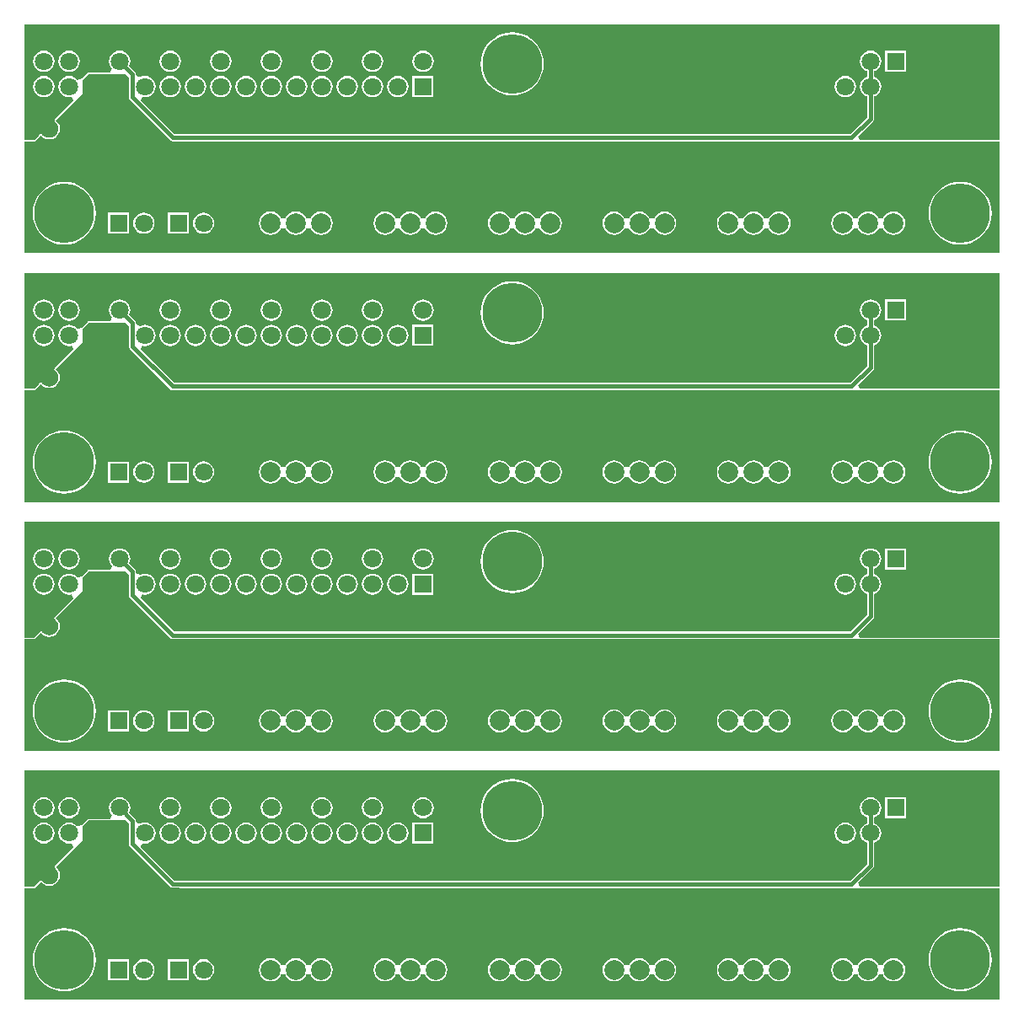
<source format=gbl>
G04 Layer_Physical_Order=2*
G04 Layer_Color=16711680*
%FSLAX25Y25*%
%MOIN*%
G70*
G01*
G75*
%ADD11C,0.01575*%
%ADD12C,0.23622*%
%ADD13C,0.07874*%
%ADD14C,0.07087*%
%ADD15R,0.07087X0.07087*%
%ADD16R,0.07087X0.07087*%
G36*
X45208Y73492D02*
Y65551D01*
X45318Y64998D01*
X45632Y64529D01*
X61577Y48584D01*
X62045Y48271D01*
X62598Y48161D01*
X65421D01*
X65551Y48031D01*
X389764D01*
X389764Y48031D01*
Y3937D01*
X3937D01*
X3937Y3937D01*
Y48031D01*
X8071D01*
X10547Y50507D01*
X10803Y50173D01*
X11675Y49504D01*
X12690Y49084D01*
X13780Y48940D01*
X14869Y49084D01*
X15884Y49504D01*
X16756Y50173D01*
X17425Y51045D01*
X17845Y52060D01*
X17989Y53150D01*
X17845Y54239D01*
X17425Y55254D01*
X16756Y56126D01*
X16422Y56382D01*
X26969Y66929D01*
Y72441D01*
X29331Y74803D01*
X43898D01*
X45208Y73492D01*
D02*
G37*
G36*
X389764Y94488D02*
Y48674D01*
X389764Y48674D01*
X334271D01*
X333668Y50129D01*
X339604Y56065D01*
X339918Y56534D01*
X340028Y57087D01*
Y65885D01*
X340687Y66158D01*
X341559Y66827D01*
X342228Y67699D01*
X342649Y68714D01*
X342792Y69803D01*
X342649Y70893D01*
X342228Y71908D01*
X341559Y72780D01*
X340687Y73448D01*
X340028Y73722D01*
Y75885D01*
X340687Y76158D01*
X341559Y76827D01*
X342228Y77698D01*
X342649Y78714D01*
X342792Y79803D01*
X342649Y80893D01*
X342228Y81908D01*
X341559Y82780D01*
X340687Y83448D01*
X339672Y83869D01*
X338583Y84012D01*
X337493Y83869D01*
X336478Y83448D01*
X335606Y82780D01*
X334937Y81908D01*
X334517Y80893D01*
X334373Y79803D01*
X334517Y78714D01*
X334937Y77698D01*
X335606Y76827D01*
X336478Y76158D01*
X337138Y75885D01*
Y73722D01*
X336478Y73448D01*
X335606Y72780D01*
X334937Y71908D01*
X334517Y70893D01*
X334373Y69803D01*
X334517Y68714D01*
X334937Y67699D01*
X335606Y66827D01*
X336478Y66158D01*
X337138Y65885D01*
Y57685D01*
X330504Y51051D01*
X63197D01*
X49966Y64283D01*
X50308Y65173D01*
X50770Y65705D01*
X51614Y65594D01*
X52704Y65737D01*
X53719Y66158D01*
X54591Y66827D01*
X55260Y67699D01*
X55680Y68714D01*
X55823Y69803D01*
X55680Y70893D01*
X55260Y71908D01*
X54591Y72780D01*
X53719Y73448D01*
X52704Y73869D01*
X51614Y74012D01*
X50525Y73869D01*
X49673Y73516D01*
X49039Y73750D01*
X48099Y74351D01*
Y74764D01*
X47989Y75317D01*
X47675Y75786D01*
X45407Y78054D01*
X45680Y78714D01*
X45823Y79803D01*
X45680Y80893D01*
X45259Y81908D01*
X44591Y82780D01*
X43719Y83448D01*
X42704Y83869D01*
X41614Y84012D01*
X40525Y83869D01*
X39510Y83448D01*
X38638Y82780D01*
X37969Y81908D01*
X37548Y80893D01*
X37405Y79803D01*
X37548Y78714D01*
X37969Y77699D01*
X38489Y77020D01*
X38309Y76249D01*
X37851Y75445D01*
X29331D01*
X29331Y75445D01*
X29085Y75397D01*
X28877Y75257D01*
X28877Y75257D01*
X26514Y72895D01*
X26502Y72876D01*
X25077Y72509D01*
X24786Y72525D01*
X24591Y72780D01*
X23719Y73448D01*
X22704Y73869D01*
X21614Y74012D01*
X20525Y73869D01*
X19510Y73448D01*
X18638Y72780D01*
X17969Y71908D01*
X17548Y70893D01*
X17405Y69803D01*
X17548Y68714D01*
X17969Y67699D01*
X18638Y66827D01*
X19510Y66158D01*
X20525Y65737D01*
X21614Y65594D01*
X22632Y65728D01*
X22753Y65628D01*
X23446Y64315D01*
X16447Y57316D01*
X15968Y56836D01*
Y56836D01*
X15944Y56801D01*
X15912Y56773D01*
Y56773D01*
X15875Y56698D01*
X15828Y56628D01*
X15828Y56628D01*
X15820Y56587D01*
X15801Y56549D01*
X15796Y56465D01*
X15779Y56382D01*
X15788Y56341D01*
X15785Y56299D01*
X15812Y56219D01*
X15828Y56137D01*
X15852Y56101D01*
X15866Y56061D01*
Y56061D01*
X15921Y55998D01*
X15968Y55928D01*
X15968Y55928D01*
X16003Y55905D01*
X16031Y55873D01*
Y55873D01*
X16298Y55668D01*
X16864Y54930D01*
X17220Y54071D01*
X17341Y53150D01*
X17220Y52228D01*
X16864Y51369D01*
X16298Y50631D01*
X15560Y50065D01*
X14701Y49709D01*
X13780Y49588D01*
X12858Y49710D01*
X11999Y50065D01*
X11261Y50631D01*
X11056Y50898D01*
X11056D01*
X11024Y50926D01*
X11001Y50962D01*
X11001Y50962D01*
X10931Y51008D01*
X10868Y51064D01*
X10868Y51064D01*
X10828Y51077D01*
X10792Y51101D01*
X10710Y51117D01*
X10631Y51144D01*
X10588Y51141D01*
X10547Y51150D01*
X10464Y51133D01*
X10380Y51128D01*
X10343Y51109D01*
X10301Y51101D01*
X10301Y51101D01*
X10231Y51054D01*
X10156Y51017D01*
X10156D01*
X10128Y50985D01*
X10093Y50962D01*
X10093D01*
X9651Y50520D01*
X9651Y50520D01*
X9613Y50482D01*
X7805Y48674D01*
X3937D01*
X3937Y48674D01*
Y94488D01*
X389764D01*
X389764Y94488D01*
D02*
G37*
%LPC*%
G36*
X347677Y20354D02*
X346485Y20197D01*
X345374Y19737D01*
X344420Y19005D01*
X343688Y18051D01*
X343529Y17669D01*
X341825D01*
X341666Y18051D01*
X340934Y19005D01*
X339980Y19737D01*
X338869Y20197D01*
X337677Y20354D01*
X336485Y20197D01*
X335374Y19737D01*
X334420Y19005D01*
X333688Y18051D01*
X333529Y17669D01*
X331825D01*
X331666Y18051D01*
X330934Y19005D01*
X329980Y19737D01*
X328869Y20197D01*
X327677Y20354D01*
X326485Y20197D01*
X325374Y19737D01*
X324420Y19005D01*
X323688Y18051D01*
X323228Y16940D01*
X323071Y15748D01*
X323228Y14556D01*
X323688Y13445D01*
X324420Y12491D01*
X325374Y11759D01*
X326485Y11299D01*
X327677Y11142D01*
X328869Y11299D01*
X329980Y11759D01*
X330934Y12491D01*
X331666Y13445D01*
X331825Y13827D01*
X333529D01*
X333688Y13445D01*
X334420Y12491D01*
X335374Y11759D01*
X336485Y11299D01*
X337677Y11142D01*
X338869Y11299D01*
X339980Y11759D01*
X340934Y12491D01*
X341666Y13445D01*
X341825Y13827D01*
X343529D01*
X343688Y13445D01*
X344420Y12491D01*
X345374Y11759D01*
X346485Y11299D01*
X347677Y11142D01*
X348869Y11299D01*
X349980Y11759D01*
X350934Y12491D01*
X351666Y13445D01*
X352127Y14556D01*
X352284Y15748D01*
X352127Y16940D01*
X351666Y18051D01*
X350934Y19005D01*
X349980Y19737D01*
X348869Y20197D01*
X347677Y20354D01*
D02*
G37*
G36*
X302402D02*
X301209Y20197D01*
X300098Y19737D01*
X299144Y19005D01*
X298412Y18051D01*
X298254Y17669D01*
X296549D01*
X296391Y18051D01*
X295659Y19005D01*
X294705Y19737D01*
X293594Y20197D01*
X292402Y20354D01*
X291209Y20197D01*
X290098Y19737D01*
X289144Y19005D01*
X288412Y18051D01*
X288254Y17669D01*
X286549D01*
X286391Y18051D01*
X285659Y19005D01*
X284705Y19737D01*
X283594Y20197D01*
X282402Y20354D01*
X281209Y20197D01*
X280098Y19737D01*
X279144Y19005D01*
X278412Y18051D01*
X277952Y16940D01*
X277795Y15748D01*
X277952Y14556D01*
X278412Y13445D01*
X279144Y12491D01*
X280098Y11759D01*
X281209Y11299D01*
X282402Y11142D01*
X283594Y11299D01*
X284705Y11759D01*
X285659Y12491D01*
X286391Y13445D01*
X286549Y13827D01*
X288254D01*
X288412Y13445D01*
X289144Y12491D01*
X290098Y11759D01*
X291209Y11299D01*
X292402Y11142D01*
X293594Y11299D01*
X294705Y11759D01*
X295659Y12491D01*
X296391Y13445D01*
X296549Y13827D01*
X298254D01*
X298412Y13445D01*
X299144Y12491D01*
X300098Y11759D01*
X301209Y11299D01*
X302402Y11142D01*
X303594Y11299D01*
X304705Y11759D01*
X305659Y12491D01*
X306391Y13445D01*
X306851Y14556D01*
X307008Y15748D01*
X306851Y16940D01*
X306391Y18051D01*
X305659Y19005D01*
X304705Y19737D01*
X303594Y20197D01*
X302402Y20354D01*
D02*
G37*
G36*
X257126D02*
X255934Y20197D01*
X254823Y19737D01*
X253869Y19005D01*
X253137Y18051D01*
X252978Y17669D01*
X251274D01*
X251115Y18051D01*
X250383Y19005D01*
X249429Y19737D01*
X248318Y20197D01*
X247126Y20354D01*
X245934Y20197D01*
X244823Y19737D01*
X243869Y19005D01*
X243137Y18051D01*
X242978Y17669D01*
X241274D01*
X241115Y18051D01*
X240383Y19005D01*
X239429Y19737D01*
X238318Y20197D01*
X237126Y20354D01*
X235934Y20197D01*
X234823Y19737D01*
X233869Y19005D01*
X233137Y18051D01*
X232677Y16940D01*
X232520Y15748D01*
X232677Y14556D01*
X233137Y13445D01*
X233869Y12491D01*
X234823Y11759D01*
X235934Y11299D01*
X237126Y11142D01*
X238318Y11299D01*
X239429Y11759D01*
X240383Y12491D01*
X241115Y13445D01*
X241274Y13827D01*
X242978D01*
X243137Y13445D01*
X243869Y12491D01*
X244823Y11759D01*
X245934Y11299D01*
X247126Y11142D01*
X248318Y11299D01*
X249429Y11759D01*
X250383Y12491D01*
X251115Y13445D01*
X251274Y13827D01*
X252978D01*
X253137Y13445D01*
X253869Y12491D01*
X254823Y11759D01*
X255934Y11299D01*
X257126Y11142D01*
X258318Y11299D01*
X259429Y11759D01*
X260383Y12491D01*
X261115Y13445D01*
X261575Y14556D01*
X261732Y15748D01*
X261575Y16940D01*
X261115Y18051D01*
X260383Y19005D01*
X259429Y19737D01*
X258318Y20197D01*
X257126Y20354D01*
D02*
G37*
G36*
X71614Y74012D02*
X70525Y73869D01*
X69510Y73448D01*
X68638Y72780D01*
X67969Y71908D01*
X67548Y70893D01*
X67405Y69803D01*
X67548Y68714D01*
X67969Y67699D01*
X68638Y66827D01*
X69510Y66158D01*
X70525Y65737D01*
X71614Y65594D01*
X72704Y65737D01*
X73719Y66158D01*
X74591Y66827D01*
X75260Y67699D01*
X75680Y68714D01*
X75823Y69803D01*
X75680Y70893D01*
X75260Y71908D01*
X74591Y72780D01*
X73719Y73448D01*
X72704Y73869D01*
X71614Y74012D01*
D02*
G37*
G36*
X11614D02*
X10525Y73869D01*
X9510Y73448D01*
X8638Y72780D01*
X7969Y71908D01*
X7548Y70893D01*
X7405Y69803D01*
X7548Y68714D01*
X7969Y67699D01*
X8638Y66827D01*
X9510Y66158D01*
X10525Y65737D01*
X11614Y65594D01*
X12704Y65737D01*
X13719Y66158D01*
X14591Y66827D01*
X15259Y67699D01*
X15680Y68714D01*
X15823Y69803D01*
X15680Y70893D01*
X15259Y71908D01*
X14591Y72780D01*
X13719Y73448D01*
X12704Y73869D01*
X11614Y74012D01*
D02*
G37*
G36*
X328583Y74012D02*
X327493Y73869D01*
X326478Y73448D01*
X325606Y72780D01*
X324937Y71908D01*
X324517Y70893D01*
X324374Y69803D01*
X324517Y68714D01*
X324937Y67699D01*
X325606Y66827D01*
X326478Y66158D01*
X327493Y65737D01*
X328583Y65594D01*
X329672Y65737D01*
X330687Y66158D01*
X331559Y66827D01*
X332228Y67699D01*
X332648Y68714D01*
X332792Y69803D01*
X332648Y70893D01*
X332228Y71908D01*
X331559Y72780D01*
X330687Y73448D01*
X329672Y73869D01*
X328583Y74012D01*
D02*
G37*
G36*
X61614Y74012D02*
X60525Y73869D01*
X59510Y73448D01*
X58638Y72780D01*
X57969Y71908D01*
X57548Y70893D01*
X57405Y69803D01*
X57548Y68714D01*
X57969Y67699D01*
X58638Y66827D01*
X59510Y66158D01*
X60525Y65737D01*
X61614Y65594D01*
X62704Y65737D01*
X63719Y66158D01*
X64591Y66827D01*
X65259Y67699D01*
X65680Y68714D01*
X65824Y69803D01*
X65680Y70893D01*
X65259Y71908D01*
X64591Y72780D01*
X63719Y73448D01*
X62704Y73869D01*
X61614Y74012D01*
D02*
G37*
G36*
X51181Y19957D02*
X50092Y19814D01*
X49077Y19393D01*
X48205Y18724D01*
X47536Y17853D01*
X47115Y16838D01*
X46972Y15748D01*
X47115Y14659D01*
X47536Y13643D01*
X48205Y12772D01*
X49077Y12103D01*
X50092Y11682D01*
X51181Y11539D01*
X52271Y11682D01*
X53286Y12103D01*
X54158Y12772D01*
X54826Y13643D01*
X55247Y14659D01*
X55390Y15748D01*
X55247Y16838D01*
X54826Y17853D01*
X54158Y18724D01*
X53286Y19393D01*
X52271Y19814D01*
X51181Y19957D01*
D02*
G37*
G36*
X74803D02*
X73714Y19814D01*
X72698Y19393D01*
X71827Y18724D01*
X71158Y17853D01*
X70737Y16838D01*
X70594Y15748D01*
X70737Y14659D01*
X71158Y13643D01*
X71827Y12772D01*
X72698Y12103D01*
X73714Y11682D01*
X74803Y11539D01*
X75893Y11682D01*
X76908Y12103D01*
X77780Y12772D01*
X78448Y13643D01*
X78869Y14659D01*
X79012Y15748D01*
X78869Y16838D01*
X78448Y17853D01*
X77780Y18724D01*
X76908Y19393D01*
X75893Y19814D01*
X74803Y19957D01*
D02*
G37*
G36*
X19685Y32164D02*
X17733Y32011D01*
X15829Y31554D01*
X14020Y30804D01*
X12350Y29781D01*
X10861Y28509D01*
X9589Y27020D01*
X8566Y25351D01*
X7817Y23541D01*
X7359Y21637D01*
X7206Y19685D01*
X7359Y17733D01*
X7817Y15829D01*
X8566Y14020D01*
X9589Y12350D01*
X10861Y10861D01*
X12350Y9589D01*
X14020Y8566D01*
X15829Y7817D01*
X17733Y7359D01*
X19685Y7206D01*
X21637Y7359D01*
X23541Y7817D01*
X25351Y8566D01*
X27020Y9589D01*
X28509Y10861D01*
X29781Y12350D01*
X30804Y14020D01*
X31554Y15829D01*
X32011Y17733D01*
X32164Y19685D01*
X32011Y21637D01*
X31554Y23541D01*
X30804Y25351D01*
X29781Y27020D01*
X28509Y28509D01*
X27020Y29781D01*
X25351Y30804D01*
X23541Y31554D01*
X21637Y32011D01*
X19685Y32164D01*
D02*
G37*
G36*
X374016D02*
X372064Y32011D01*
X370160Y31554D01*
X368350Y30804D01*
X366681Y29781D01*
X365192Y28509D01*
X363920Y27020D01*
X362897Y25351D01*
X362147Y23541D01*
X361690Y21637D01*
X361536Y19685D01*
X361690Y17733D01*
X362147Y15829D01*
X362897Y14020D01*
X363920Y12350D01*
X365192Y10861D01*
X366681Y9589D01*
X368350Y8566D01*
X370160Y7817D01*
X372064Y7359D01*
X374016Y7206D01*
X375968Y7359D01*
X377872Y7817D01*
X379681Y8566D01*
X381351Y9589D01*
X382840Y10861D01*
X384112Y12350D01*
X385135Y14020D01*
X385884Y15829D01*
X386342Y17733D01*
X386495Y19685D01*
X386342Y21637D01*
X385884Y23541D01*
X385135Y25351D01*
X384112Y27020D01*
X382840Y28509D01*
X381351Y29781D01*
X379681Y30804D01*
X377872Y31554D01*
X375968Y32011D01*
X374016Y32164D01*
D02*
G37*
G36*
X45354Y19921D02*
X37008D01*
Y11575D01*
X45354D01*
Y19921D01*
D02*
G37*
G36*
X166575Y20354D02*
X165383Y20197D01*
X164272Y19737D01*
X163318Y19005D01*
X162586Y18051D01*
X162427Y17669D01*
X160722D01*
X160564Y18051D01*
X159832Y19005D01*
X158878Y19737D01*
X157767Y20197D01*
X156575Y20354D01*
X155383Y20197D01*
X154272Y19737D01*
X153318Y19005D01*
X152586Y18051D01*
X152427Y17669D01*
X150723D01*
X150564Y18051D01*
X149832Y19005D01*
X148878Y19737D01*
X147767Y20197D01*
X146575Y20354D01*
X145383Y20197D01*
X144272Y19737D01*
X143318Y19005D01*
X142586Y18051D01*
X142125Y16940D01*
X141969Y15748D01*
X142125Y14556D01*
X142586Y13445D01*
X143318Y12491D01*
X144272Y11759D01*
X145383Y11299D01*
X146575Y11142D01*
X147767Y11299D01*
X148878Y11759D01*
X149832Y12491D01*
X150564Y13445D01*
X150723Y13827D01*
X152427D01*
X152586Y13445D01*
X153318Y12491D01*
X154272Y11759D01*
X155383Y11299D01*
X156575Y11142D01*
X157767Y11299D01*
X158878Y11759D01*
X159832Y12491D01*
X160564Y13445D01*
X160722Y13827D01*
X162427D01*
X162586Y13445D01*
X163318Y12491D01*
X164272Y11759D01*
X165383Y11299D01*
X166575Y11142D01*
X167767Y11299D01*
X168878Y11759D01*
X169832Y12491D01*
X170564Y13445D01*
X171024Y14556D01*
X171181Y15748D01*
X171024Y16940D01*
X170564Y18051D01*
X169832Y19005D01*
X168878Y19737D01*
X167767Y20197D01*
X166575Y20354D01*
D02*
G37*
G36*
X211850D02*
X210658Y20197D01*
X209547Y19737D01*
X208593Y19005D01*
X207861Y18051D01*
X207703Y17669D01*
X205998D01*
X205840Y18051D01*
X205108Y19005D01*
X204154Y19737D01*
X203043Y20197D01*
X201850Y20354D01*
X200658Y20197D01*
X199547Y19737D01*
X198593Y19005D01*
X197861Y18051D01*
X197703Y17669D01*
X195998D01*
X195840Y18051D01*
X195108Y19005D01*
X194154Y19737D01*
X193043Y20197D01*
X191850Y20354D01*
X190658Y20197D01*
X189547Y19737D01*
X188593Y19005D01*
X187861Y18051D01*
X187401Y16940D01*
X187244Y15748D01*
X187401Y14556D01*
X187861Y13445D01*
X188593Y12491D01*
X189547Y11759D01*
X190658Y11299D01*
X191850Y11142D01*
X193043Y11299D01*
X194154Y11759D01*
X195108Y12491D01*
X195840Y13445D01*
X195998Y13827D01*
X197703D01*
X197861Y13445D01*
X198593Y12491D01*
X199547Y11759D01*
X200658Y11299D01*
X201850Y11142D01*
X203043Y11299D01*
X204154Y11759D01*
X205108Y12491D01*
X205840Y13445D01*
X205998Y13827D01*
X207703D01*
X207861Y13445D01*
X208593Y12491D01*
X209547Y11759D01*
X210658Y11299D01*
X211850Y11142D01*
X213043Y11299D01*
X214154Y11759D01*
X215108Y12491D01*
X215840Y13445D01*
X216300Y14556D01*
X216457Y15748D01*
X216300Y16940D01*
X215840Y18051D01*
X215108Y19005D01*
X214154Y19737D01*
X213043Y20197D01*
X211850Y20354D01*
D02*
G37*
G36*
X68976Y19921D02*
X60630D01*
Y11575D01*
X68976D01*
Y19921D01*
D02*
G37*
G36*
X121299Y20354D02*
X120107Y20197D01*
X118996Y19737D01*
X118042Y19005D01*
X117310Y18051D01*
X117151Y17669D01*
X115447D01*
X115288Y18051D01*
X114556Y19005D01*
X113602Y19737D01*
X112491Y20197D01*
X111299Y20354D01*
X110107Y20197D01*
X108996Y19737D01*
X108042Y19005D01*
X107310Y18051D01*
X107151Y17669D01*
X105447D01*
X105288Y18051D01*
X104556Y19005D01*
X103602Y19737D01*
X102491Y20197D01*
X101299Y20354D01*
X100107Y20197D01*
X98996Y19737D01*
X98042Y19005D01*
X97310Y18051D01*
X96850Y16940D01*
X96693Y15748D01*
X96850Y14556D01*
X97310Y13445D01*
X98042Y12491D01*
X98996Y11759D01*
X100107Y11299D01*
X101299Y11142D01*
X102491Y11299D01*
X103602Y11759D01*
X104556Y12491D01*
X105288Y13445D01*
X105447Y13827D01*
X107151D01*
X107310Y13445D01*
X108042Y12491D01*
X108996Y11759D01*
X110107Y11299D01*
X111299Y11142D01*
X112491Y11299D01*
X113602Y11759D01*
X114556Y12491D01*
X115288Y13445D01*
X115447Y13827D01*
X117151D01*
X117310Y13445D01*
X118042Y12491D01*
X118996Y11759D01*
X120107Y11299D01*
X121299Y11142D01*
X122491Y11299D01*
X123602Y11759D01*
X124556Y12491D01*
X125288Y13445D01*
X125749Y14556D01*
X125906Y15748D01*
X125749Y16940D01*
X125288Y18051D01*
X124556Y19005D01*
X123602Y19737D01*
X122491Y20197D01*
X121299Y20354D01*
D02*
G37*
G36*
X81614Y74012D02*
X80525Y73869D01*
X79510Y73448D01*
X78638Y72780D01*
X77969Y71908D01*
X77548Y70893D01*
X77405Y69803D01*
X77548Y68714D01*
X77969Y67699D01*
X78638Y66827D01*
X79510Y66158D01*
X80525Y65737D01*
X81614Y65594D01*
X82704Y65737D01*
X83719Y66158D01*
X84591Y66827D01*
X85259Y67699D01*
X85680Y68714D01*
X85824Y69803D01*
X85680Y70893D01*
X85259Y71908D01*
X84591Y72780D01*
X83719Y73448D01*
X82704Y73869D01*
X81614Y74012D01*
D02*
G37*
G36*
X61614Y84012D02*
X60525Y83869D01*
X59510Y83448D01*
X58638Y82780D01*
X57969Y81908D01*
X57548Y80893D01*
X57405Y79803D01*
X57548Y78714D01*
X57969Y77699D01*
X58638Y76827D01*
X59510Y76158D01*
X60525Y75737D01*
X61614Y75594D01*
X62704Y75737D01*
X63719Y76158D01*
X64591Y76827D01*
X65259Y77699D01*
X65680Y78714D01*
X65824Y79803D01*
X65680Y80893D01*
X65259Y81908D01*
X64591Y82780D01*
X63719Y83448D01*
X62704Y83869D01*
X61614Y84012D01*
D02*
G37*
G36*
X81614D02*
X80525Y83869D01*
X79510Y83448D01*
X78638Y82780D01*
X77969Y81908D01*
X77548Y80893D01*
X77405Y79803D01*
X77548Y78714D01*
X77969Y77699D01*
X78638Y76827D01*
X79510Y76158D01*
X80525Y75737D01*
X81614Y75594D01*
X82704Y75737D01*
X83719Y76158D01*
X84591Y76827D01*
X85259Y77699D01*
X85680Y78714D01*
X85824Y79803D01*
X85680Y80893D01*
X85259Y81908D01*
X84591Y82780D01*
X83719Y83448D01*
X82704Y83869D01*
X81614Y84012D01*
D02*
G37*
G36*
X11614D02*
X10525Y83869D01*
X9510Y83448D01*
X8638Y82780D01*
X7969Y81908D01*
X7548Y80893D01*
X7405Y79803D01*
X7548Y78714D01*
X7969Y77699D01*
X8638Y76827D01*
X9510Y76158D01*
X10525Y75737D01*
X11614Y75594D01*
X12704Y75737D01*
X13719Y76158D01*
X14591Y76827D01*
X15259Y77699D01*
X15680Y78714D01*
X15823Y79803D01*
X15680Y80893D01*
X15259Y81908D01*
X14591Y82780D01*
X13719Y83448D01*
X12704Y83869D01*
X11614Y84012D01*
D02*
G37*
G36*
X21614D02*
X20525Y83869D01*
X19510Y83448D01*
X18638Y82780D01*
X17969Y81908D01*
X17548Y80893D01*
X17405Y79803D01*
X17548Y78714D01*
X17969Y77699D01*
X18638Y76827D01*
X19510Y76158D01*
X20525Y75737D01*
X21614Y75594D01*
X22704Y75737D01*
X23719Y76158D01*
X24591Y76827D01*
X25260Y77699D01*
X25680Y78714D01*
X25824Y79803D01*
X25680Y80893D01*
X25260Y81908D01*
X24591Y82780D01*
X23719Y83448D01*
X22704Y83869D01*
X21614Y84012D01*
D02*
G37*
G36*
X101614D02*
X100525Y83869D01*
X99510Y83448D01*
X98638Y82780D01*
X97969Y81908D01*
X97548Y80893D01*
X97405Y79803D01*
X97548Y78714D01*
X97969Y77699D01*
X98638Y76827D01*
X99510Y76158D01*
X100525Y75737D01*
X101614Y75594D01*
X102704Y75737D01*
X103719Y76158D01*
X104591Y76827D01*
X105260Y77699D01*
X105680Y78714D01*
X105824Y79803D01*
X105680Y80893D01*
X105260Y81908D01*
X104591Y82780D01*
X103719Y83448D01*
X102704Y83869D01*
X101614Y84012D01*
D02*
G37*
G36*
X161614D02*
X160525Y83869D01*
X159510Y83448D01*
X158638Y82780D01*
X157969Y81908D01*
X157548Y80893D01*
X157405Y79803D01*
X157548Y78714D01*
X157969Y77699D01*
X158638Y76827D01*
X159510Y76158D01*
X160525Y75737D01*
X161614Y75594D01*
X162704Y75737D01*
X163719Y76158D01*
X164591Y76827D01*
X165260Y77699D01*
X165680Y78714D01*
X165823Y79803D01*
X165680Y80893D01*
X165260Y81908D01*
X164591Y82780D01*
X163719Y83448D01*
X162704Y83869D01*
X161614Y84012D01*
D02*
G37*
G36*
X352756Y83976D02*
X344409D01*
Y75630D01*
X352756D01*
Y83976D01*
D02*
G37*
G36*
X121614Y84012D02*
X120525Y83869D01*
X119510Y83448D01*
X118638Y82780D01*
X117969Y81908D01*
X117548Y80893D01*
X117405Y79803D01*
X117548Y78714D01*
X117969Y77699D01*
X118638Y76827D01*
X119510Y76158D01*
X120525Y75737D01*
X121614Y75594D01*
X122704Y75737D01*
X123719Y76158D01*
X124591Y76827D01*
X125259Y77699D01*
X125680Y78714D01*
X125823Y79803D01*
X125680Y80893D01*
X125259Y81908D01*
X124591Y82780D01*
X123719Y83448D01*
X122704Y83869D01*
X121614Y84012D01*
D02*
G37*
G36*
X141614D02*
X140525Y83869D01*
X139510Y83448D01*
X138638Y82780D01*
X137969Y81908D01*
X137548Y80893D01*
X137405Y79803D01*
X137548Y78714D01*
X137969Y77699D01*
X138638Y76827D01*
X139510Y76158D01*
X140525Y75737D01*
X141614Y75594D01*
X142704Y75737D01*
X143719Y76158D01*
X144591Y76827D01*
X145259Y77699D01*
X145680Y78714D01*
X145824Y79803D01*
X145680Y80893D01*
X145259Y81908D01*
X144591Y82780D01*
X143719Y83448D01*
X142704Y83869D01*
X141614Y84012D01*
D02*
G37*
G36*
X111614Y74012D02*
X110525Y73869D01*
X109510Y73448D01*
X108638Y72780D01*
X107969Y71908D01*
X107548Y70893D01*
X107405Y69803D01*
X107548Y68714D01*
X107969Y67699D01*
X108638Y66827D01*
X109510Y66158D01*
X110525Y65737D01*
X111614Y65594D01*
X112704Y65737D01*
X113719Y66158D01*
X114591Y66827D01*
X115260Y67699D01*
X115680Y68714D01*
X115823Y69803D01*
X115680Y70893D01*
X115260Y71908D01*
X114591Y72780D01*
X113719Y73448D01*
X112704Y73869D01*
X111614Y74012D01*
D02*
G37*
G36*
X121614D02*
X120525Y73869D01*
X119510Y73448D01*
X118638Y72780D01*
X117969Y71908D01*
X117548Y70893D01*
X117405Y69803D01*
X117548Y68714D01*
X117969Y67699D01*
X118638Y66827D01*
X119510Y66158D01*
X120525Y65737D01*
X121614Y65594D01*
X122704Y65737D01*
X123719Y66158D01*
X124591Y66827D01*
X125259Y67699D01*
X125680Y68714D01*
X125823Y69803D01*
X125680Y70893D01*
X125259Y71908D01*
X124591Y72780D01*
X123719Y73448D01*
X122704Y73869D01*
X121614Y74012D01*
D02*
G37*
G36*
X91614D02*
X90525Y73869D01*
X89510Y73448D01*
X88638Y72780D01*
X87969Y71908D01*
X87548Y70893D01*
X87405Y69803D01*
X87548Y68714D01*
X87969Y67699D01*
X88638Y66827D01*
X89510Y66158D01*
X90525Y65737D01*
X91614Y65594D01*
X92704Y65737D01*
X93719Y66158D01*
X94591Y66827D01*
X95259Y67699D01*
X95680Y68714D01*
X95824Y69803D01*
X95680Y70893D01*
X95259Y71908D01*
X94591Y72780D01*
X93719Y73448D01*
X92704Y73869D01*
X91614Y74012D01*
D02*
G37*
G36*
X101614D02*
X100525Y73869D01*
X99510Y73448D01*
X98638Y72780D01*
X97969Y71908D01*
X97548Y70893D01*
X97405Y69803D01*
X97548Y68714D01*
X97969Y67699D01*
X98638Y66827D01*
X99510Y66158D01*
X100525Y65737D01*
X101614Y65594D01*
X102704Y65737D01*
X103719Y66158D01*
X104591Y66827D01*
X105260Y67699D01*
X105680Y68714D01*
X105824Y69803D01*
X105680Y70893D01*
X105260Y71908D01*
X104591Y72780D01*
X103719Y73448D01*
X102704Y73869D01*
X101614Y74012D01*
D02*
G37*
G36*
X131614D02*
X130525Y73869D01*
X129510Y73448D01*
X128638Y72780D01*
X127969Y71908D01*
X127548Y70893D01*
X127405Y69803D01*
X127548Y68714D01*
X127969Y67699D01*
X128638Y66827D01*
X129510Y66158D01*
X130525Y65737D01*
X131614Y65594D01*
X132704Y65737D01*
X133719Y66158D01*
X134591Y66827D01*
X135259Y67699D01*
X135680Y68714D01*
X135824Y69803D01*
X135680Y70893D01*
X135259Y71908D01*
X134591Y72780D01*
X133719Y73448D01*
X132704Y73869D01*
X131614Y74012D01*
D02*
G37*
G36*
X165787Y73976D02*
X157441D01*
Y65630D01*
X165787D01*
Y73976D01*
D02*
G37*
G36*
X196850Y91220D02*
X194898Y91066D01*
X192994Y90609D01*
X191185Y89859D01*
X189515Y88836D01*
X188026Y87564D01*
X186754Y86075D01*
X185731Y84406D01*
X184982Y82597D01*
X184525Y80692D01*
X184371Y78740D01*
X184525Y76788D01*
X184982Y74884D01*
X185731Y73075D01*
X186754Y71405D01*
X188026Y69916D01*
X189515Y68644D01*
X191185Y67621D01*
X192994Y66872D01*
X194898Y66414D01*
X196850Y66261D01*
X198803Y66414D01*
X200707Y66872D01*
X202516Y67621D01*
X204186Y68644D01*
X205675Y69916D01*
X206946Y71405D01*
X207970Y73075D01*
X208719Y74884D01*
X209176Y76788D01*
X209330Y78740D01*
X209176Y80692D01*
X208719Y82597D01*
X207970Y84406D01*
X206946Y86075D01*
X205675Y87564D01*
X204186Y88836D01*
X202516Y89859D01*
X200707Y90609D01*
X198803Y91066D01*
X196850Y91220D01*
D02*
G37*
G36*
X141614Y74012D02*
X140525Y73869D01*
X139510Y73448D01*
X138638Y72780D01*
X137969Y71908D01*
X137548Y70893D01*
X137405Y69803D01*
X137548Y68714D01*
X137969Y67699D01*
X138638Y66827D01*
X139510Y66158D01*
X140525Y65737D01*
X141614Y65594D01*
X142704Y65737D01*
X143719Y66158D01*
X144591Y66827D01*
X145259Y67699D01*
X145680Y68714D01*
X145824Y69803D01*
X145680Y70893D01*
X145259Y71908D01*
X144591Y72780D01*
X143719Y73448D01*
X142704Y73869D01*
X141614Y74012D01*
D02*
G37*
G36*
X151614D02*
X150525Y73869D01*
X149510Y73448D01*
X148638Y72780D01*
X147969Y71908D01*
X147548Y70893D01*
X147405Y69803D01*
X147548Y68714D01*
X147969Y67699D01*
X148638Y66827D01*
X149510Y66158D01*
X150525Y65737D01*
X151614Y65594D01*
X152704Y65737D01*
X153719Y66158D01*
X154591Y66827D01*
X155260Y67699D01*
X155680Y68714D01*
X155824Y69803D01*
X155680Y70893D01*
X155260Y71908D01*
X154591Y72780D01*
X153719Y73448D01*
X152704Y73869D01*
X151614Y74012D01*
D02*
G37*
%LPD*%
G36*
X45208Y171917D02*
Y163976D01*
X45318Y163423D01*
X45632Y162954D01*
X61577Y147010D01*
X62045Y146696D01*
X62598Y146586D01*
X65421D01*
X65551Y146457D01*
X389764D01*
X389764Y146457D01*
Y102362D01*
X3937D01*
X3937Y102362D01*
Y146457D01*
X8071D01*
X10547Y148933D01*
X10803Y148598D01*
X11675Y147930D01*
X12690Y147509D01*
X13780Y147366D01*
X14869Y147509D01*
X15884Y147930D01*
X16756Y148598D01*
X17425Y149470D01*
X17845Y150485D01*
X17989Y151575D01*
X17845Y152664D01*
X17425Y153679D01*
X16756Y154551D01*
X16422Y154808D01*
X26969Y165354D01*
Y170866D01*
X29331Y173228D01*
X43898D01*
X45208Y171917D01*
D02*
G37*
G36*
X389764Y192913D02*
Y147099D01*
X389764Y147099D01*
X334271D01*
X333668Y148554D01*
X339604Y154490D01*
X339918Y154959D01*
X340028Y155512D01*
Y164310D01*
X340687Y164583D01*
X341559Y165252D01*
X342228Y166124D01*
X342649Y167139D01*
X342792Y168228D01*
X342649Y169318D01*
X342228Y170333D01*
X341559Y171205D01*
X340687Y171874D01*
X340028Y172147D01*
Y174310D01*
X340687Y174583D01*
X341559Y175252D01*
X342228Y176124D01*
X342649Y177139D01*
X342792Y178228D01*
X342649Y179318D01*
X342228Y180333D01*
X341559Y181205D01*
X340687Y181874D01*
X339672Y182294D01*
X338583Y182438D01*
X337493Y182294D01*
X336478Y181874D01*
X335606Y181205D01*
X334937Y180333D01*
X334517Y179318D01*
X334373Y178228D01*
X334517Y177139D01*
X334937Y176124D01*
X335606Y175252D01*
X336478Y174583D01*
X337138Y174310D01*
Y172147D01*
X336478Y171874D01*
X335606Y171205D01*
X334937Y170333D01*
X334517Y169318D01*
X334373Y168228D01*
X334517Y167139D01*
X334937Y166124D01*
X335606Y165252D01*
X336478Y164583D01*
X337138Y164310D01*
Y156110D01*
X330504Y149477D01*
X63197D01*
X49966Y162708D01*
X50308Y163598D01*
X50770Y164130D01*
X51614Y164019D01*
X52704Y164163D01*
X53719Y164583D01*
X54591Y165252D01*
X55260Y166124D01*
X55680Y167139D01*
X55823Y168228D01*
X55680Y169318D01*
X55260Y170333D01*
X54591Y171205D01*
X53719Y171874D01*
X52704Y172294D01*
X51614Y172438D01*
X50525Y172294D01*
X49673Y171942D01*
X49039Y172175D01*
X48099Y172776D01*
Y173189D01*
X47989Y173742D01*
X47675Y174211D01*
X45407Y176479D01*
X45680Y177139D01*
X45823Y178228D01*
X45680Y179318D01*
X45259Y180333D01*
X44591Y181205D01*
X43719Y181874D01*
X42704Y182294D01*
X41614Y182438D01*
X40525Y182294D01*
X39510Y181874D01*
X38638Y181205D01*
X37969Y180333D01*
X37548Y179318D01*
X37405Y178228D01*
X37548Y177139D01*
X37969Y176124D01*
X38489Y175445D01*
X38309Y174674D01*
X37851Y173871D01*
X29331D01*
X29331Y173871D01*
X29085Y173822D01*
X28877Y173682D01*
X28877Y173682D01*
X26514Y171320D01*
X26502Y171301D01*
X25077Y170934D01*
X24786Y170950D01*
X24591Y171205D01*
X23719Y171874D01*
X22704Y172294D01*
X21614Y172438D01*
X20525Y172294D01*
X19510Y171874D01*
X18638Y171205D01*
X17969Y170333D01*
X17548Y169318D01*
X17405Y168228D01*
X17548Y167139D01*
X17969Y166124D01*
X18638Y165252D01*
X19510Y164583D01*
X20525Y164163D01*
X21614Y164019D01*
X22632Y164153D01*
X22753Y164053D01*
X23446Y162740D01*
X16447Y155742D01*
X15968Y155262D01*
Y155262D01*
X15944Y155227D01*
X15912Y155199D01*
Y155199D01*
X15875Y155123D01*
X15828Y155053D01*
X15828Y155053D01*
X15820Y155012D01*
X15801Y154974D01*
X15796Y154890D01*
X15779Y154808D01*
X15788Y154766D01*
X15785Y154724D01*
X15812Y154644D01*
X15828Y154562D01*
X15852Y154527D01*
X15866Y154487D01*
Y154486D01*
X15921Y154423D01*
X15968Y154353D01*
X15968Y154353D01*
X16003Y154330D01*
X16031Y154298D01*
Y154298D01*
X16298Y154093D01*
X16864Y153356D01*
X17220Y152497D01*
X17341Y151575D01*
X17220Y150653D01*
X16864Y149794D01*
X16298Y149056D01*
X15560Y148491D01*
X14701Y148135D01*
X13780Y148013D01*
X12858Y148135D01*
X11999Y148491D01*
X11261Y149056D01*
X11056Y149324D01*
X11056D01*
X11024Y149352D01*
X11001Y149387D01*
X11001Y149387D01*
X10931Y149433D01*
X10868Y149489D01*
X10868Y149489D01*
X10828Y149502D01*
X10792Y149526D01*
X10710Y149542D01*
X10631Y149569D01*
X10588Y149567D01*
X10547Y149575D01*
X10464Y149558D01*
X10380Y149553D01*
X10343Y149534D01*
X10301Y149526D01*
X10301Y149526D01*
X10231Y149479D01*
X10156Y149442D01*
X10156D01*
X10128Y149410D01*
X10093Y149387D01*
X10093D01*
X9651Y148945D01*
X9651Y148945D01*
X9613Y148907D01*
X7805Y147099D01*
X3937D01*
X3937Y147099D01*
Y192913D01*
X389764D01*
X389764Y192913D01*
D02*
G37*
%LPC*%
G36*
X347677Y118780D02*
X346485Y118623D01*
X345374Y118162D01*
X344420Y117430D01*
X343688Y116476D01*
X343529Y116094D01*
X341825D01*
X341666Y116476D01*
X340934Y117430D01*
X339980Y118162D01*
X338869Y118623D01*
X337677Y118780D01*
X336485Y118623D01*
X335374Y118162D01*
X334420Y117430D01*
X333688Y116476D01*
X333529Y116094D01*
X331825D01*
X331666Y116476D01*
X330934Y117430D01*
X329980Y118162D01*
X328869Y118623D01*
X327677Y118780D01*
X326485Y118623D01*
X325374Y118162D01*
X324420Y117430D01*
X323688Y116476D01*
X323228Y115365D01*
X323071Y114173D01*
X323228Y112981D01*
X323688Y111870D01*
X324420Y110916D01*
X325374Y110184D01*
X326485Y109724D01*
X327677Y109567D01*
X328869Y109724D01*
X329980Y110184D01*
X330934Y110916D01*
X331666Y111870D01*
X331825Y112253D01*
X333529D01*
X333688Y111870D01*
X334420Y110916D01*
X335374Y110184D01*
X336485Y109724D01*
X337677Y109567D01*
X338869Y109724D01*
X339980Y110184D01*
X340934Y110916D01*
X341666Y111870D01*
X341825Y112253D01*
X343529D01*
X343688Y111870D01*
X344420Y110916D01*
X345374Y110184D01*
X346485Y109724D01*
X347677Y109567D01*
X348869Y109724D01*
X349980Y110184D01*
X350934Y110916D01*
X351666Y111870D01*
X352127Y112981D01*
X352284Y114173D01*
X352127Y115365D01*
X351666Y116476D01*
X350934Y117430D01*
X349980Y118162D01*
X348869Y118623D01*
X347677Y118780D01*
D02*
G37*
G36*
X302402D02*
X301209Y118623D01*
X300098Y118162D01*
X299144Y117430D01*
X298412Y116476D01*
X298254Y116094D01*
X296549D01*
X296391Y116476D01*
X295659Y117430D01*
X294705Y118162D01*
X293594Y118623D01*
X292402Y118780D01*
X291209Y118623D01*
X290098Y118162D01*
X289144Y117430D01*
X288412Y116476D01*
X288254Y116094D01*
X286549D01*
X286391Y116476D01*
X285659Y117430D01*
X284705Y118162D01*
X283594Y118623D01*
X282402Y118780D01*
X281209Y118623D01*
X280098Y118162D01*
X279144Y117430D01*
X278412Y116476D01*
X277952Y115365D01*
X277795Y114173D01*
X277952Y112981D01*
X278412Y111870D01*
X279144Y110916D01*
X280098Y110184D01*
X281209Y109724D01*
X282402Y109567D01*
X283594Y109724D01*
X284705Y110184D01*
X285659Y110916D01*
X286391Y111870D01*
X286549Y112253D01*
X288254D01*
X288412Y111870D01*
X289144Y110916D01*
X290098Y110184D01*
X291209Y109724D01*
X292402Y109567D01*
X293594Y109724D01*
X294705Y110184D01*
X295659Y110916D01*
X296391Y111870D01*
X296549Y112253D01*
X298254D01*
X298412Y111870D01*
X299144Y110916D01*
X300098Y110184D01*
X301209Y109724D01*
X302402Y109567D01*
X303594Y109724D01*
X304705Y110184D01*
X305659Y110916D01*
X306391Y111870D01*
X306851Y112981D01*
X307008Y114173D01*
X306851Y115365D01*
X306391Y116476D01*
X305659Y117430D01*
X304705Y118162D01*
X303594Y118623D01*
X302402Y118780D01*
D02*
G37*
G36*
X257126D02*
X255934Y118623D01*
X254823Y118162D01*
X253869Y117430D01*
X253137Y116476D01*
X252978Y116094D01*
X251274D01*
X251115Y116476D01*
X250383Y117430D01*
X249429Y118162D01*
X248318Y118623D01*
X247126Y118780D01*
X245934Y118623D01*
X244823Y118162D01*
X243869Y117430D01*
X243137Y116476D01*
X242978Y116094D01*
X241274D01*
X241115Y116476D01*
X240383Y117430D01*
X239429Y118162D01*
X238318Y118623D01*
X237126Y118780D01*
X235934Y118623D01*
X234823Y118162D01*
X233869Y117430D01*
X233137Y116476D01*
X232677Y115365D01*
X232520Y114173D01*
X232677Y112981D01*
X233137Y111870D01*
X233869Y110916D01*
X234823Y110184D01*
X235934Y109724D01*
X237126Y109567D01*
X238318Y109724D01*
X239429Y110184D01*
X240383Y110916D01*
X241115Y111870D01*
X241274Y112253D01*
X242978D01*
X243137Y111870D01*
X243869Y110916D01*
X244823Y110184D01*
X245934Y109724D01*
X247126Y109567D01*
X248318Y109724D01*
X249429Y110184D01*
X250383Y110916D01*
X251115Y111870D01*
X251274Y112253D01*
X252978D01*
X253137Y111870D01*
X253869Y110916D01*
X254823Y110184D01*
X255934Y109724D01*
X257126Y109567D01*
X258318Y109724D01*
X259429Y110184D01*
X260383Y110916D01*
X261115Y111870D01*
X261575Y112981D01*
X261732Y114173D01*
X261575Y115365D01*
X261115Y116476D01*
X260383Y117430D01*
X259429Y118162D01*
X258318Y118623D01*
X257126Y118780D01*
D02*
G37*
G36*
X71614Y172438D02*
X70525Y172294D01*
X69510Y171874D01*
X68638Y171205D01*
X67969Y170333D01*
X67548Y169318D01*
X67405Y168228D01*
X67548Y167139D01*
X67969Y166124D01*
X68638Y165252D01*
X69510Y164583D01*
X70525Y164163D01*
X71614Y164019D01*
X72704Y164163D01*
X73719Y164583D01*
X74591Y165252D01*
X75260Y166124D01*
X75680Y167139D01*
X75823Y168228D01*
X75680Y169318D01*
X75260Y170333D01*
X74591Y171205D01*
X73719Y171874D01*
X72704Y172294D01*
X71614Y172438D01*
D02*
G37*
G36*
X11614D02*
X10525Y172294D01*
X9510Y171874D01*
X8638Y171205D01*
X7969Y170333D01*
X7548Y169318D01*
X7405Y168228D01*
X7548Y167139D01*
X7969Y166124D01*
X8638Y165252D01*
X9510Y164583D01*
X10525Y164163D01*
X11614Y164019D01*
X12704Y164163D01*
X13719Y164583D01*
X14591Y165252D01*
X15259Y166124D01*
X15680Y167139D01*
X15823Y168228D01*
X15680Y169318D01*
X15259Y170333D01*
X14591Y171205D01*
X13719Y171874D01*
X12704Y172294D01*
X11614Y172438D01*
D02*
G37*
G36*
X328583Y172438D02*
X327493Y172294D01*
X326478Y171874D01*
X325606Y171205D01*
X324937Y170333D01*
X324517Y169318D01*
X324374Y168228D01*
X324517Y167139D01*
X324937Y166124D01*
X325606Y165252D01*
X326478Y164583D01*
X327493Y164163D01*
X328583Y164019D01*
X329672Y164163D01*
X330687Y164583D01*
X331559Y165252D01*
X332228Y166124D01*
X332648Y167139D01*
X332792Y168228D01*
X332648Y169318D01*
X332228Y170333D01*
X331559Y171205D01*
X330687Y171874D01*
X329672Y172294D01*
X328583Y172438D01*
D02*
G37*
G36*
X61614Y172438D02*
X60525Y172294D01*
X59510Y171874D01*
X58638Y171205D01*
X57969Y170333D01*
X57548Y169318D01*
X57405Y168228D01*
X57548Y167139D01*
X57969Y166124D01*
X58638Y165252D01*
X59510Y164583D01*
X60525Y164163D01*
X61614Y164019D01*
X62704Y164163D01*
X63719Y164583D01*
X64591Y165252D01*
X65259Y166124D01*
X65680Y167139D01*
X65824Y168228D01*
X65680Y169318D01*
X65259Y170333D01*
X64591Y171205D01*
X63719Y171874D01*
X62704Y172294D01*
X61614Y172438D01*
D02*
G37*
G36*
X51181Y118383D02*
X50092Y118239D01*
X49077Y117818D01*
X48205Y117150D01*
X47536Y116278D01*
X47115Y115263D01*
X46972Y114173D01*
X47115Y113084D01*
X47536Y112069D01*
X48205Y111197D01*
X49077Y110528D01*
X50092Y110107D01*
X51181Y109964D01*
X52271Y110107D01*
X53286Y110528D01*
X54158Y111197D01*
X54826Y112069D01*
X55247Y113084D01*
X55390Y114173D01*
X55247Y115263D01*
X54826Y116278D01*
X54158Y117150D01*
X53286Y117818D01*
X52271Y118239D01*
X51181Y118383D01*
D02*
G37*
G36*
X74803D02*
X73714Y118239D01*
X72698Y117818D01*
X71827Y117150D01*
X71158Y116278D01*
X70737Y115263D01*
X70594Y114173D01*
X70737Y113084D01*
X71158Y112069D01*
X71827Y111197D01*
X72698Y110528D01*
X73714Y110107D01*
X74803Y109964D01*
X75893Y110107D01*
X76908Y110528D01*
X77780Y111197D01*
X78448Y112069D01*
X78869Y113084D01*
X79012Y114173D01*
X78869Y115263D01*
X78448Y116278D01*
X77780Y117150D01*
X76908Y117818D01*
X75893Y118239D01*
X74803Y118383D01*
D02*
G37*
G36*
X19685Y130590D02*
X17733Y130436D01*
X15829Y129979D01*
X14020Y129229D01*
X12350Y128206D01*
X10861Y126935D01*
X9589Y125445D01*
X8566Y123776D01*
X7817Y121967D01*
X7359Y120062D01*
X7206Y118110D01*
X7359Y116158D01*
X7817Y114254D01*
X8566Y112445D01*
X9589Y110775D01*
X10861Y109286D01*
X12350Y108014D01*
X14020Y106991D01*
X15829Y106242D01*
X17733Y105784D01*
X19685Y105631D01*
X21637Y105784D01*
X23541Y106242D01*
X25351Y106991D01*
X27020Y108014D01*
X28509Y109286D01*
X29781Y110775D01*
X30804Y112445D01*
X31554Y114254D01*
X32011Y116158D01*
X32164Y118110D01*
X32011Y120062D01*
X31554Y121967D01*
X30804Y123776D01*
X29781Y125445D01*
X28509Y126935D01*
X27020Y128206D01*
X25351Y129229D01*
X23541Y129979D01*
X21637Y130436D01*
X19685Y130590D01*
D02*
G37*
G36*
X374016D02*
X372064Y130436D01*
X370160Y129979D01*
X368350Y129229D01*
X366681Y128206D01*
X365192Y126935D01*
X363920Y125445D01*
X362897Y123776D01*
X362147Y121967D01*
X361690Y120062D01*
X361536Y118110D01*
X361690Y116158D01*
X362147Y114254D01*
X362897Y112445D01*
X363920Y110775D01*
X365192Y109286D01*
X366681Y108014D01*
X368350Y106991D01*
X370160Y106242D01*
X372064Y105784D01*
X374016Y105631D01*
X375968Y105784D01*
X377872Y106242D01*
X379681Y106991D01*
X381351Y108014D01*
X382840Y109286D01*
X384112Y110775D01*
X385135Y112445D01*
X385884Y114254D01*
X386342Y116158D01*
X386495Y118110D01*
X386342Y120062D01*
X385884Y121967D01*
X385135Y123776D01*
X384112Y125445D01*
X382840Y126935D01*
X381351Y128206D01*
X379681Y129229D01*
X377872Y129979D01*
X375968Y130436D01*
X374016Y130590D01*
D02*
G37*
G36*
X45354Y118347D02*
X37008D01*
Y110000D01*
X45354D01*
Y118347D01*
D02*
G37*
G36*
X166575Y118780D02*
X165383Y118623D01*
X164272Y118162D01*
X163318Y117430D01*
X162586Y116476D01*
X162427Y116094D01*
X160722D01*
X160564Y116476D01*
X159832Y117430D01*
X158878Y118162D01*
X157767Y118623D01*
X156575Y118780D01*
X155383Y118623D01*
X154272Y118162D01*
X153318Y117430D01*
X152586Y116476D01*
X152427Y116094D01*
X150723D01*
X150564Y116476D01*
X149832Y117430D01*
X148878Y118162D01*
X147767Y118623D01*
X146575Y118780D01*
X145383Y118623D01*
X144272Y118162D01*
X143318Y117430D01*
X142586Y116476D01*
X142125Y115365D01*
X141969Y114173D01*
X142125Y112981D01*
X142586Y111870D01*
X143318Y110916D01*
X144272Y110184D01*
X145383Y109724D01*
X146575Y109567D01*
X147767Y109724D01*
X148878Y110184D01*
X149832Y110916D01*
X150564Y111870D01*
X150723Y112253D01*
X152427D01*
X152586Y111870D01*
X153318Y110916D01*
X154272Y110184D01*
X155383Y109724D01*
X156575Y109567D01*
X157767Y109724D01*
X158878Y110184D01*
X159832Y110916D01*
X160564Y111870D01*
X160722Y112253D01*
X162427D01*
X162586Y111870D01*
X163318Y110916D01*
X164272Y110184D01*
X165383Y109724D01*
X166575Y109567D01*
X167767Y109724D01*
X168878Y110184D01*
X169832Y110916D01*
X170564Y111870D01*
X171024Y112981D01*
X171181Y114173D01*
X171024Y115365D01*
X170564Y116476D01*
X169832Y117430D01*
X168878Y118162D01*
X167767Y118623D01*
X166575Y118780D01*
D02*
G37*
G36*
X211850D02*
X210658Y118623D01*
X209547Y118162D01*
X208593Y117430D01*
X207861Y116476D01*
X207703Y116094D01*
X205998D01*
X205840Y116476D01*
X205108Y117430D01*
X204154Y118162D01*
X203043Y118623D01*
X201850Y118780D01*
X200658Y118623D01*
X199547Y118162D01*
X198593Y117430D01*
X197861Y116476D01*
X197703Y116094D01*
X195998D01*
X195840Y116476D01*
X195108Y117430D01*
X194154Y118162D01*
X193043Y118623D01*
X191850Y118780D01*
X190658Y118623D01*
X189547Y118162D01*
X188593Y117430D01*
X187861Y116476D01*
X187401Y115365D01*
X187244Y114173D01*
X187401Y112981D01*
X187861Y111870D01*
X188593Y110916D01*
X189547Y110184D01*
X190658Y109724D01*
X191850Y109567D01*
X193043Y109724D01*
X194154Y110184D01*
X195108Y110916D01*
X195840Y111870D01*
X195998Y112253D01*
X197703D01*
X197861Y111870D01*
X198593Y110916D01*
X199547Y110184D01*
X200658Y109724D01*
X201850Y109567D01*
X203043Y109724D01*
X204154Y110184D01*
X205108Y110916D01*
X205840Y111870D01*
X205998Y112253D01*
X207703D01*
X207861Y111870D01*
X208593Y110916D01*
X209547Y110184D01*
X210658Y109724D01*
X211850Y109567D01*
X213043Y109724D01*
X214154Y110184D01*
X215108Y110916D01*
X215840Y111870D01*
X216300Y112981D01*
X216457Y114173D01*
X216300Y115365D01*
X215840Y116476D01*
X215108Y117430D01*
X214154Y118162D01*
X213043Y118623D01*
X211850Y118780D01*
D02*
G37*
G36*
X68976Y118347D02*
X60630D01*
Y110000D01*
X68976D01*
Y118347D01*
D02*
G37*
G36*
X121299Y118780D02*
X120107Y118623D01*
X118996Y118162D01*
X118042Y117430D01*
X117310Y116476D01*
X117151Y116094D01*
X115447D01*
X115288Y116476D01*
X114556Y117430D01*
X113602Y118162D01*
X112491Y118623D01*
X111299Y118780D01*
X110107Y118623D01*
X108996Y118162D01*
X108042Y117430D01*
X107310Y116476D01*
X107151Y116094D01*
X105447D01*
X105288Y116476D01*
X104556Y117430D01*
X103602Y118162D01*
X102491Y118623D01*
X101299Y118780D01*
X100107Y118623D01*
X98996Y118162D01*
X98042Y117430D01*
X97310Y116476D01*
X96850Y115365D01*
X96693Y114173D01*
X96850Y112981D01*
X97310Y111870D01*
X98042Y110916D01*
X98996Y110184D01*
X100107Y109724D01*
X101299Y109567D01*
X102491Y109724D01*
X103602Y110184D01*
X104556Y110916D01*
X105288Y111870D01*
X105447Y112253D01*
X107151D01*
X107310Y111870D01*
X108042Y110916D01*
X108996Y110184D01*
X110107Y109724D01*
X111299Y109567D01*
X112491Y109724D01*
X113602Y110184D01*
X114556Y110916D01*
X115288Y111870D01*
X115447Y112253D01*
X117151D01*
X117310Y111870D01*
X118042Y110916D01*
X118996Y110184D01*
X120107Y109724D01*
X121299Y109567D01*
X122491Y109724D01*
X123602Y110184D01*
X124556Y110916D01*
X125288Y111870D01*
X125749Y112981D01*
X125906Y114173D01*
X125749Y115365D01*
X125288Y116476D01*
X124556Y117430D01*
X123602Y118162D01*
X122491Y118623D01*
X121299Y118780D01*
D02*
G37*
G36*
X81614Y172438D02*
X80525Y172294D01*
X79510Y171874D01*
X78638Y171205D01*
X77969Y170333D01*
X77548Y169318D01*
X77405Y168228D01*
X77548Y167139D01*
X77969Y166124D01*
X78638Y165252D01*
X79510Y164583D01*
X80525Y164163D01*
X81614Y164019D01*
X82704Y164163D01*
X83719Y164583D01*
X84591Y165252D01*
X85259Y166124D01*
X85680Y167139D01*
X85824Y168228D01*
X85680Y169318D01*
X85259Y170333D01*
X84591Y171205D01*
X83719Y171874D01*
X82704Y172294D01*
X81614Y172438D01*
D02*
G37*
G36*
X61614Y182438D02*
X60525Y182294D01*
X59510Y181874D01*
X58638Y181205D01*
X57969Y180333D01*
X57548Y179318D01*
X57405Y178228D01*
X57548Y177139D01*
X57969Y176124D01*
X58638Y175252D01*
X59510Y174583D01*
X60525Y174163D01*
X61614Y174019D01*
X62704Y174163D01*
X63719Y174583D01*
X64591Y175252D01*
X65259Y176124D01*
X65680Y177139D01*
X65824Y178228D01*
X65680Y179318D01*
X65259Y180333D01*
X64591Y181205D01*
X63719Y181874D01*
X62704Y182294D01*
X61614Y182438D01*
D02*
G37*
G36*
X81614D02*
X80525Y182294D01*
X79510Y181874D01*
X78638Y181205D01*
X77969Y180333D01*
X77548Y179318D01*
X77405Y178228D01*
X77548Y177139D01*
X77969Y176124D01*
X78638Y175252D01*
X79510Y174583D01*
X80525Y174163D01*
X81614Y174019D01*
X82704Y174163D01*
X83719Y174583D01*
X84591Y175252D01*
X85259Y176124D01*
X85680Y177139D01*
X85824Y178228D01*
X85680Y179318D01*
X85259Y180333D01*
X84591Y181205D01*
X83719Y181874D01*
X82704Y182294D01*
X81614Y182438D01*
D02*
G37*
G36*
X11614D02*
X10525Y182294D01*
X9510Y181874D01*
X8638Y181205D01*
X7969Y180333D01*
X7548Y179318D01*
X7405Y178228D01*
X7548Y177139D01*
X7969Y176124D01*
X8638Y175252D01*
X9510Y174583D01*
X10525Y174163D01*
X11614Y174019D01*
X12704Y174163D01*
X13719Y174583D01*
X14591Y175252D01*
X15259Y176124D01*
X15680Y177139D01*
X15823Y178228D01*
X15680Y179318D01*
X15259Y180333D01*
X14591Y181205D01*
X13719Y181874D01*
X12704Y182294D01*
X11614Y182438D01*
D02*
G37*
G36*
X21614D02*
X20525Y182294D01*
X19510Y181874D01*
X18638Y181205D01*
X17969Y180333D01*
X17548Y179318D01*
X17405Y178228D01*
X17548Y177139D01*
X17969Y176124D01*
X18638Y175252D01*
X19510Y174583D01*
X20525Y174163D01*
X21614Y174019D01*
X22704Y174163D01*
X23719Y174583D01*
X24591Y175252D01*
X25260Y176124D01*
X25680Y177139D01*
X25824Y178228D01*
X25680Y179318D01*
X25260Y180333D01*
X24591Y181205D01*
X23719Y181874D01*
X22704Y182294D01*
X21614Y182438D01*
D02*
G37*
G36*
X101614D02*
X100525Y182294D01*
X99510Y181874D01*
X98638Y181205D01*
X97969Y180333D01*
X97548Y179318D01*
X97405Y178228D01*
X97548Y177139D01*
X97969Y176124D01*
X98638Y175252D01*
X99510Y174583D01*
X100525Y174163D01*
X101614Y174019D01*
X102704Y174163D01*
X103719Y174583D01*
X104591Y175252D01*
X105260Y176124D01*
X105680Y177139D01*
X105824Y178228D01*
X105680Y179318D01*
X105260Y180333D01*
X104591Y181205D01*
X103719Y181874D01*
X102704Y182294D01*
X101614Y182438D01*
D02*
G37*
G36*
X161614D02*
X160525Y182294D01*
X159510Y181874D01*
X158638Y181205D01*
X157969Y180333D01*
X157548Y179318D01*
X157405Y178228D01*
X157548Y177139D01*
X157969Y176124D01*
X158638Y175252D01*
X159510Y174583D01*
X160525Y174163D01*
X161614Y174019D01*
X162704Y174163D01*
X163719Y174583D01*
X164591Y175252D01*
X165260Y176124D01*
X165680Y177139D01*
X165823Y178228D01*
X165680Y179318D01*
X165260Y180333D01*
X164591Y181205D01*
X163719Y181874D01*
X162704Y182294D01*
X161614Y182438D01*
D02*
G37*
G36*
X352756Y182402D02*
X344409D01*
Y174055D01*
X352756D01*
Y182402D01*
D02*
G37*
G36*
X121614Y182438D02*
X120525Y182294D01*
X119510Y181874D01*
X118638Y181205D01*
X117969Y180333D01*
X117548Y179318D01*
X117405Y178228D01*
X117548Y177139D01*
X117969Y176124D01*
X118638Y175252D01*
X119510Y174583D01*
X120525Y174163D01*
X121614Y174019D01*
X122704Y174163D01*
X123719Y174583D01*
X124591Y175252D01*
X125259Y176124D01*
X125680Y177139D01*
X125823Y178228D01*
X125680Y179318D01*
X125259Y180333D01*
X124591Y181205D01*
X123719Y181874D01*
X122704Y182294D01*
X121614Y182438D01*
D02*
G37*
G36*
X141614D02*
X140525Y182294D01*
X139510Y181874D01*
X138638Y181205D01*
X137969Y180333D01*
X137548Y179318D01*
X137405Y178228D01*
X137548Y177139D01*
X137969Y176124D01*
X138638Y175252D01*
X139510Y174583D01*
X140525Y174163D01*
X141614Y174019D01*
X142704Y174163D01*
X143719Y174583D01*
X144591Y175252D01*
X145259Y176124D01*
X145680Y177139D01*
X145824Y178228D01*
X145680Y179318D01*
X145259Y180333D01*
X144591Y181205D01*
X143719Y181874D01*
X142704Y182294D01*
X141614Y182438D01*
D02*
G37*
G36*
X111614Y172438D02*
X110525Y172294D01*
X109510Y171874D01*
X108638Y171205D01*
X107969Y170333D01*
X107548Y169318D01*
X107405Y168228D01*
X107548Y167139D01*
X107969Y166124D01*
X108638Y165252D01*
X109510Y164583D01*
X110525Y164163D01*
X111614Y164019D01*
X112704Y164163D01*
X113719Y164583D01*
X114591Y165252D01*
X115260Y166124D01*
X115680Y167139D01*
X115823Y168228D01*
X115680Y169318D01*
X115260Y170333D01*
X114591Y171205D01*
X113719Y171874D01*
X112704Y172294D01*
X111614Y172438D01*
D02*
G37*
G36*
X121614D02*
X120525Y172294D01*
X119510Y171874D01*
X118638Y171205D01*
X117969Y170333D01*
X117548Y169318D01*
X117405Y168228D01*
X117548Y167139D01*
X117969Y166124D01*
X118638Y165252D01*
X119510Y164583D01*
X120525Y164163D01*
X121614Y164019D01*
X122704Y164163D01*
X123719Y164583D01*
X124591Y165252D01*
X125259Y166124D01*
X125680Y167139D01*
X125823Y168228D01*
X125680Y169318D01*
X125259Y170333D01*
X124591Y171205D01*
X123719Y171874D01*
X122704Y172294D01*
X121614Y172438D01*
D02*
G37*
G36*
X91614D02*
X90525Y172294D01*
X89510Y171874D01*
X88638Y171205D01*
X87969Y170333D01*
X87548Y169318D01*
X87405Y168228D01*
X87548Y167139D01*
X87969Y166124D01*
X88638Y165252D01*
X89510Y164583D01*
X90525Y164163D01*
X91614Y164019D01*
X92704Y164163D01*
X93719Y164583D01*
X94591Y165252D01*
X95259Y166124D01*
X95680Y167139D01*
X95824Y168228D01*
X95680Y169318D01*
X95259Y170333D01*
X94591Y171205D01*
X93719Y171874D01*
X92704Y172294D01*
X91614Y172438D01*
D02*
G37*
G36*
X101614D02*
X100525Y172294D01*
X99510Y171874D01*
X98638Y171205D01*
X97969Y170333D01*
X97548Y169318D01*
X97405Y168228D01*
X97548Y167139D01*
X97969Y166124D01*
X98638Y165252D01*
X99510Y164583D01*
X100525Y164163D01*
X101614Y164019D01*
X102704Y164163D01*
X103719Y164583D01*
X104591Y165252D01*
X105260Y166124D01*
X105680Y167139D01*
X105824Y168228D01*
X105680Y169318D01*
X105260Y170333D01*
X104591Y171205D01*
X103719Y171874D01*
X102704Y172294D01*
X101614Y172438D01*
D02*
G37*
G36*
X131614D02*
X130525Y172294D01*
X129510Y171874D01*
X128638Y171205D01*
X127969Y170333D01*
X127548Y169318D01*
X127405Y168228D01*
X127548Y167139D01*
X127969Y166124D01*
X128638Y165252D01*
X129510Y164583D01*
X130525Y164163D01*
X131614Y164019D01*
X132704Y164163D01*
X133719Y164583D01*
X134591Y165252D01*
X135259Y166124D01*
X135680Y167139D01*
X135824Y168228D01*
X135680Y169318D01*
X135259Y170333D01*
X134591Y171205D01*
X133719Y171874D01*
X132704Y172294D01*
X131614Y172438D01*
D02*
G37*
G36*
X165787Y172402D02*
X157441D01*
Y164055D01*
X165787D01*
Y172402D01*
D02*
G37*
G36*
X196850Y189645D02*
X194898Y189491D01*
X192994Y189034D01*
X191185Y188285D01*
X189515Y187261D01*
X188026Y185990D01*
X186754Y184501D01*
X185731Y182831D01*
X184982Y181022D01*
X184525Y179118D01*
X184371Y177165D01*
X184525Y175213D01*
X184982Y173309D01*
X185731Y171500D01*
X186754Y169830D01*
X188026Y168341D01*
X189515Y167069D01*
X191185Y166046D01*
X192994Y165297D01*
X194898Y164840D01*
X196850Y164686D01*
X198803Y164840D01*
X200707Y165297D01*
X202516Y166046D01*
X204186Y167069D01*
X205675Y168341D01*
X206946Y169830D01*
X207970Y171500D01*
X208719Y173309D01*
X209176Y175213D01*
X209330Y177165D01*
X209176Y179118D01*
X208719Y181022D01*
X207970Y182831D01*
X206946Y184501D01*
X205675Y185990D01*
X204186Y187261D01*
X202516Y188285D01*
X200707Y189034D01*
X198803Y189491D01*
X196850Y189645D01*
D02*
G37*
G36*
X141614Y172438D02*
X140525Y172294D01*
X139510Y171874D01*
X138638Y171205D01*
X137969Y170333D01*
X137548Y169318D01*
X137405Y168228D01*
X137548Y167139D01*
X137969Y166124D01*
X138638Y165252D01*
X139510Y164583D01*
X140525Y164163D01*
X141614Y164019D01*
X142704Y164163D01*
X143719Y164583D01*
X144591Y165252D01*
X145259Y166124D01*
X145680Y167139D01*
X145824Y168228D01*
X145680Y169318D01*
X145259Y170333D01*
X144591Y171205D01*
X143719Y171874D01*
X142704Y172294D01*
X141614Y172438D01*
D02*
G37*
G36*
X151614D02*
X150525Y172294D01*
X149510Y171874D01*
X148638Y171205D01*
X147969Y170333D01*
X147548Y169318D01*
X147405Y168228D01*
X147548Y167139D01*
X147969Y166124D01*
X148638Y165252D01*
X149510Y164583D01*
X150525Y164163D01*
X151614Y164019D01*
X152704Y164163D01*
X153719Y164583D01*
X154591Y165252D01*
X155260Y166124D01*
X155680Y167139D01*
X155824Y168228D01*
X155680Y169318D01*
X155260Y170333D01*
X154591Y171205D01*
X153719Y171874D01*
X152704Y172294D01*
X151614Y172438D01*
D02*
G37*
%LPD*%
G36*
X45208Y270343D02*
Y262402D01*
X45318Y261849D01*
X45632Y261380D01*
X61577Y245435D01*
X62045Y245122D01*
X62598Y245012D01*
X65421D01*
X65551Y244882D01*
X389764D01*
X389764Y244882D01*
Y200787D01*
X3937D01*
X3937Y200787D01*
Y244882D01*
X8071D01*
X10547Y247358D01*
X10803Y247024D01*
X11675Y246355D01*
X12690Y245934D01*
X13780Y245791D01*
X14869Y245934D01*
X15884Y246355D01*
X16756Y247024D01*
X17425Y247895D01*
X17845Y248911D01*
X17989Y250000D01*
X17845Y251089D01*
X17425Y252105D01*
X16756Y252976D01*
X16422Y253233D01*
X26969Y263779D01*
Y269291D01*
X29331Y271654D01*
X43898D01*
X45208Y270343D01*
D02*
G37*
G36*
X389764Y291339D02*
Y245524D01*
X389764Y245524D01*
X334271D01*
X333668Y246979D01*
X339604Y252915D01*
X339918Y253384D01*
X340028Y253937D01*
Y262735D01*
X340687Y263008D01*
X341559Y263677D01*
X342228Y264549D01*
X342649Y265564D01*
X342792Y266653D01*
X342649Y267743D01*
X342228Y268758D01*
X341559Y269630D01*
X340687Y270299D01*
X340028Y270572D01*
Y272735D01*
X340687Y273008D01*
X341559Y273677D01*
X342228Y274549D01*
X342649Y275564D01*
X342792Y276654D01*
X342649Y277743D01*
X342228Y278758D01*
X341559Y279630D01*
X340687Y280299D01*
X339672Y280719D01*
X338583Y280863D01*
X337493Y280719D01*
X336478Y280299D01*
X335606Y279630D01*
X334937Y278758D01*
X334517Y277743D01*
X334373Y276654D01*
X334517Y275564D01*
X334937Y274549D01*
X335606Y273677D01*
X336478Y273008D01*
X337138Y272735D01*
Y270572D01*
X336478Y270299D01*
X335606Y269630D01*
X334937Y268758D01*
X334517Y267743D01*
X334373Y266653D01*
X334517Y265564D01*
X334937Y264549D01*
X335606Y263677D01*
X336478Y263008D01*
X337138Y262735D01*
Y254536D01*
X330504Y247902D01*
X63197D01*
X49966Y261133D01*
X50308Y262023D01*
X50770Y262556D01*
X51614Y262444D01*
X52704Y262588D01*
X53719Y263008D01*
X54591Y263677D01*
X55260Y264549D01*
X55680Y265564D01*
X55823Y266654D01*
X55680Y267743D01*
X55260Y268758D01*
X54591Y269630D01*
X53719Y270299D01*
X52704Y270719D01*
X51614Y270863D01*
X50525Y270719D01*
X49673Y270367D01*
X49039Y270600D01*
X48099Y271201D01*
Y271614D01*
X47989Y272167D01*
X47675Y272636D01*
X45407Y274905D01*
X45680Y275564D01*
X45823Y276654D01*
X45680Y277743D01*
X45259Y278758D01*
X44591Y279630D01*
X43719Y280299D01*
X42704Y280719D01*
X41614Y280863D01*
X40525Y280719D01*
X39510Y280299D01*
X38638Y279630D01*
X37969Y278758D01*
X37548Y277743D01*
X37405Y276654D01*
X37548Y275564D01*
X37969Y274549D01*
X38489Y273871D01*
X38309Y273099D01*
X37851Y272296D01*
X29331D01*
X29331Y272296D01*
X29085Y272247D01*
X28877Y272108D01*
X28877Y272108D01*
X26514Y269745D01*
X26502Y269726D01*
X25077Y269359D01*
X24786Y269375D01*
X24591Y269630D01*
X23719Y270299D01*
X22704Y270719D01*
X21614Y270863D01*
X20525Y270719D01*
X19510Y270299D01*
X18638Y269630D01*
X17969Y268758D01*
X17548Y267743D01*
X17405Y266654D01*
X17548Y265564D01*
X17969Y264549D01*
X18638Y263677D01*
X19510Y263008D01*
X20525Y262588D01*
X21614Y262444D01*
X22632Y262578D01*
X22753Y262478D01*
X23446Y261165D01*
X16447Y254167D01*
X15968Y253687D01*
Y253687D01*
X15944Y253652D01*
X15912Y253624D01*
Y253624D01*
X15875Y253549D01*
X15828Y253479D01*
X15828Y253479D01*
X15820Y253437D01*
X15801Y253399D01*
X15796Y253315D01*
X15779Y253233D01*
X15788Y253191D01*
X15785Y253149D01*
X15812Y253069D01*
X15828Y252987D01*
X15852Y252952D01*
X15866Y252912D01*
Y252912D01*
X15921Y252849D01*
X15968Y252779D01*
X15968Y252779D01*
X16003Y252755D01*
X16031Y252723D01*
Y252723D01*
X16298Y252518D01*
X16864Y251781D01*
X17220Y250922D01*
X17341Y250000D01*
X17220Y249078D01*
X16864Y248219D01*
X16298Y247482D01*
X15560Y246916D01*
X14701Y246560D01*
X13780Y246439D01*
X12858Y246560D01*
X11999Y246916D01*
X11261Y247482D01*
X11056Y247749D01*
X11056D01*
X11024Y247777D01*
X11001Y247812D01*
X11001Y247812D01*
X10931Y247859D01*
X10868Y247914D01*
X10868Y247914D01*
X10828Y247928D01*
X10792Y247951D01*
X10710Y247968D01*
X10631Y247994D01*
X10588Y247992D01*
X10547Y248000D01*
X10464Y247984D01*
X10380Y247978D01*
X10343Y247959D01*
X10301Y247951D01*
X10301Y247951D01*
X10231Y247904D01*
X10156Y247867D01*
X10156D01*
X10128Y247835D01*
X10093Y247812D01*
X10093D01*
X9651Y247371D01*
X9651Y247371D01*
X9613Y247332D01*
X7805Y245524D01*
X3937D01*
X3937Y245524D01*
Y291339D01*
X389764D01*
X389764Y291339D01*
D02*
G37*
%LPC*%
G36*
X347677Y217205D02*
X346485Y217048D01*
X345374Y216588D01*
X344420Y215856D01*
X343688Y214902D01*
X343529Y214519D01*
X341825D01*
X341666Y214902D01*
X340934Y215856D01*
X339980Y216588D01*
X338869Y217048D01*
X337677Y217205D01*
X336485Y217048D01*
X335374Y216588D01*
X334420Y215856D01*
X333688Y214902D01*
X333529Y214519D01*
X331825D01*
X331666Y214902D01*
X330934Y215856D01*
X329980Y216588D01*
X328869Y217048D01*
X327677Y217205D01*
X326485Y217048D01*
X325374Y216588D01*
X324420Y215856D01*
X323688Y214902D01*
X323228Y213791D01*
X323071Y212598D01*
X323228Y211406D01*
X323688Y210295D01*
X324420Y209341D01*
X325374Y208609D01*
X326485Y208149D01*
X327677Y207992D01*
X328869Y208149D01*
X329980Y208609D01*
X330934Y209341D01*
X331666Y210295D01*
X331825Y210678D01*
X333529D01*
X333688Y210295D01*
X334420Y209341D01*
X335374Y208609D01*
X336485Y208149D01*
X337677Y207992D01*
X338869Y208149D01*
X339980Y208609D01*
X340934Y209341D01*
X341666Y210295D01*
X341825Y210678D01*
X343529D01*
X343688Y210295D01*
X344420Y209341D01*
X345374Y208609D01*
X346485Y208149D01*
X347677Y207992D01*
X348869Y208149D01*
X349980Y208609D01*
X350934Y209341D01*
X351666Y210295D01*
X352127Y211406D01*
X352284Y212598D01*
X352127Y213791D01*
X351666Y214902D01*
X350934Y215856D01*
X349980Y216588D01*
X348869Y217048D01*
X347677Y217205D01*
D02*
G37*
G36*
X302402D02*
X301209Y217048D01*
X300098Y216588D01*
X299144Y215856D01*
X298412Y214902D01*
X298254Y214519D01*
X296549D01*
X296391Y214902D01*
X295659Y215856D01*
X294705Y216588D01*
X293594Y217048D01*
X292402Y217205D01*
X291209Y217048D01*
X290098Y216588D01*
X289144Y215856D01*
X288412Y214902D01*
X288254Y214519D01*
X286549D01*
X286391Y214902D01*
X285659Y215856D01*
X284705Y216588D01*
X283594Y217048D01*
X282402Y217205D01*
X281209Y217048D01*
X280098Y216588D01*
X279144Y215856D01*
X278412Y214902D01*
X277952Y213791D01*
X277795Y212598D01*
X277952Y211406D01*
X278412Y210295D01*
X279144Y209341D01*
X280098Y208609D01*
X281209Y208149D01*
X282402Y207992D01*
X283594Y208149D01*
X284705Y208609D01*
X285659Y209341D01*
X286391Y210295D01*
X286549Y210678D01*
X288254D01*
X288412Y210295D01*
X289144Y209341D01*
X290098Y208609D01*
X291209Y208149D01*
X292402Y207992D01*
X293594Y208149D01*
X294705Y208609D01*
X295659Y209341D01*
X296391Y210295D01*
X296549Y210678D01*
X298254D01*
X298412Y210295D01*
X299144Y209341D01*
X300098Y208609D01*
X301209Y208149D01*
X302402Y207992D01*
X303594Y208149D01*
X304705Y208609D01*
X305659Y209341D01*
X306391Y210295D01*
X306851Y211406D01*
X307008Y212598D01*
X306851Y213791D01*
X306391Y214902D01*
X305659Y215856D01*
X304705Y216588D01*
X303594Y217048D01*
X302402Y217205D01*
D02*
G37*
G36*
X257126D02*
X255934Y217048D01*
X254823Y216588D01*
X253869Y215856D01*
X253137Y214902D01*
X252978Y214519D01*
X251274D01*
X251115Y214902D01*
X250383Y215856D01*
X249429Y216588D01*
X248318Y217048D01*
X247126Y217205D01*
X245934Y217048D01*
X244823Y216588D01*
X243869Y215856D01*
X243137Y214902D01*
X242978Y214519D01*
X241274D01*
X241115Y214902D01*
X240383Y215856D01*
X239429Y216588D01*
X238318Y217048D01*
X237126Y217205D01*
X235934Y217048D01*
X234823Y216588D01*
X233869Y215856D01*
X233137Y214902D01*
X232677Y213791D01*
X232520Y212598D01*
X232677Y211406D01*
X233137Y210295D01*
X233869Y209341D01*
X234823Y208609D01*
X235934Y208149D01*
X237126Y207992D01*
X238318Y208149D01*
X239429Y208609D01*
X240383Y209341D01*
X241115Y210295D01*
X241274Y210678D01*
X242978D01*
X243137Y210295D01*
X243869Y209341D01*
X244823Y208609D01*
X245934Y208149D01*
X247126Y207992D01*
X248318Y208149D01*
X249429Y208609D01*
X250383Y209341D01*
X251115Y210295D01*
X251274Y210678D01*
X252978D01*
X253137Y210295D01*
X253869Y209341D01*
X254823Y208609D01*
X255934Y208149D01*
X257126Y207992D01*
X258318Y208149D01*
X259429Y208609D01*
X260383Y209341D01*
X261115Y210295D01*
X261575Y211406D01*
X261732Y212598D01*
X261575Y213791D01*
X261115Y214902D01*
X260383Y215856D01*
X259429Y216588D01*
X258318Y217048D01*
X257126Y217205D01*
D02*
G37*
G36*
X71614Y270863D02*
X70525Y270719D01*
X69510Y270299D01*
X68638Y269630D01*
X67969Y268758D01*
X67548Y267743D01*
X67405Y266654D01*
X67548Y265564D01*
X67969Y264549D01*
X68638Y263677D01*
X69510Y263008D01*
X70525Y262588D01*
X71614Y262444D01*
X72704Y262588D01*
X73719Y263008D01*
X74591Y263677D01*
X75260Y264549D01*
X75680Y265564D01*
X75823Y266654D01*
X75680Y267743D01*
X75260Y268758D01*
X74591Y269630D01*
X73719Y270299D01*
X72704Y270719D01*
X71614Y270863D01*
D02*
G37*
G36*
X11614D02*
X10525Y270719D01*
X9510Y270299D01*
X8638Y269630D01*
X7969Y268758D01*
X7548Y267743D01*
X7405Y266654D01*
X7548Y265564D01*
X7969Y264549D01*
X8638Y263677D01*
X9510Y263008D01*
X10525Y262588D01*
X11614Y262444D01*
X12704Y262588D01*
X13719Y263008D01*
X14591Y263677D01*
X15259Y264549D01*
X15680Y265564D01*
X15823Y266654D01*
X15680Y267743D01*
X15259Y268758D01*
X14591Y269630D01*
X13719Y270299D01*
X12704Y270719D01*
X11614Y270863D01*
D02*
G37*
G36*
X328583Y270863D02*
X327493Y270719D01*
X326478Y270299D01*
X325606Y269630D01*
X324937Y268758D01*
X324517Y267743D01*
X324374Y266653D01*
X324517Y265564D01*
X324937Y264549D01*
X325606Y263677D01*
X326478Y263008D01*
X327493Y262588D01*
X328583Y262444D01*
X329672Y262588D01*
X330687Y263008D01*
X331559Y263677D01*
X332228Y264549D01*
X332648Y265564D01*
X332792Y266653D01*
X332648Y267743D01*
X332228Y268758D01*
X331559Y269630D01*
X330687Y270299D01*
X329672Y270719D01*
X328583Y270863D01*
D02*
G37*
G36*
X61614Y270863D02*
X60525Y270719D01*
X59510Y270299D01*
X58638Y269630D01*
X57969Y268758D01*
X57548Y267743D01*
X57405Y266654D01*
X57548Y265564D01*
X57969Y264549D01*
X58638Y263677D01*
X59510Y263008D01*
X60525Y262588D01*
X61614Y262444D01*
X62704Y262588D01*
X63719Y263008D01*
X64591Y263677D01*
X65259Y264549D01*
X65680Y265564D01*
X65824Y266654D01*
X65680Y267743D01*
X65259Y268758D01*
X64591Y269630D01*
X63719Y270299D01*
X62704Y270719D01*
X61614Y270863D01*
D02*
G37*
G36*
X51181Y216808D02*
X50092Y216664D01*
X49077Y216244D01*
X48205Y215575D01*
X47536Y214703D01*
X47115Y213688D01*
X46972Y212598D01*
X47115Y211509D01*
X47536Y210494D01*
X48205Y209622D01*
X49077Y208953D01*
X50092Y208533D01*
X51181Y208389D01*
X52271Y208533D01*
X53286Y208953D01*
X54158Y209622D01*
X54826Y210494D01*
X55247Y211509D01*
X55390Y212598D01*
X55247Y213688D01*
X54826Y214703D01*
X54158Y215575D01*
X53286Y216244D01*
X52271Y216664D01*
X51181Y216808D01*
D02*
G37*
G36*
X74803D02*
X73714Y216664D01*
X72698Y216244D01*
X71827Y215575D01*
X71158Y214703D01*
X70737Y213688D01*
X70594Y212598D01*
X70737Y211509D01*
X71158Y210494D01*
X71827Y209622D01*
X72698Y208953D01*
X73714Y208533D01*
X74803Y208389D01*
X75893Y208533D01*
X76908Y208953D01*
X77780Y209622D01*
X78448Y210494D01*
X78869Y211509D01*
X79012Y212598D01*
X78869Y213688D01*
X78448Y214703D01*
X77780Y215575D01*
X76908Y216244D01*
X75893Y216664D01*
X74803Y216808D01*
D02*
G37*
G36*
X19685Y229015D02*
X17733Y228861D01*
X15829Y228404D01*
X14020Y227655D01*
X12350Y226631D01*
X10861Y225360D01*
X9589Y223871D01*
X8566Y222201D01*
X7817Y220392D01*
X7359Y218488D01*
X7206Y216535D01*
X7359Y214583D01*
X7817Y212679D01*
X8566Y210870D01*
X9589Y209200D01*
X10861Y207711D01*
X12350Y206439D01*
X14020Y205416D01*
X15829Y204667D01*
X17733Y204210D01*
X19685Y204056D01*
X21637Y204210D01*
X23541Y204667D01*
X25351Y205416D01*
X27020Y206439D01*
X28509Y207711D01*
X29781Y209200D01*
X30804Y210870D01*
X31554Y212679D01*
X32011Y214583D01*
X32164Y216535D01*
X32011Y218488D01*
X31554Y220392D01*
X30804Y222201D01*
X29781Y223871D01*
X28509Y225360D01*
X27020Y226631D01*
X25351Y227655D01*
X23541Y228404D01*
X21637Y228861D01*
X19685Y229015D01*
D02*
G37*
G36*
X374016D02*
X372064Y228861D01*
X370160Y228404D01*
X368350Y227655D01*
X366681Y226631D01*
X365192Y225360D01*
X363920Y223871D01*
X362897Y222201D01*
X362147Y220392D01*
X361690Y218488D01*
X361536Y216535D01*
X361690Y214583D01*
X362147Y212679D01*
X362897Y210870D01*
X363920Y209200D01*
X365192Y207711D01*
X366681Y206439D01*
X368350Y205416D01*
X370160Y204667D01*
X372064Y204210D01*
X374016Y204056D01*
X375968Y204210D01*
X377872Y204667D01*
X379681Y205416D01*
X381351Y206439D01*
X382840Y207711D01*
X384112Y209200D01*
X385135Y210870D01*
X385884Y212679D01*
X386342Y214583D01*
X386495Y216535D01*
X386342Y218488D01*
X385884Y220392D01*
X385135Y222201D01*
X384112Y223871D01*
X382840Y225360D01*
X381351Y226631D01*
X379681Y227655D01*
X377872Y228404D01*
X375968Y228861D01*
X374016Y229015D01*
D02*
G37*
G36*
X45354Y216772D02*
X37008D01*
Y208425D01*
X45354D01*
Y216772D01*
D02*
G37*
G36*
X166575Y217205D02*
X165383Y217048D01*
X164272Y216588D01*
X163318Y215856D01*
X162586Y214902D01*
X162427Y214519D01*
X160722D01*
X160564Y214902D01*
X159832Y215856D01*
X158878Y216588D01*
X157767Y217048D01*
X156575Y217205D01*
X155383Y217048D01*
X154272Y216588D01*
X153318Y215856D01*
X152586Y214902D01*
X152427Y214519D01*
X150723D01*
X150564Y214902D01*
X149832Y215856D01*
X148878Y216588D01*
X147767Y217048D01*
X146575Y217205D01*
X145383Y217048D01*
X144272Y216588D01*
X143318Y215856D01*
X142586Y214902D01*
X142125Y213791D01*
X141969Y212598D01*
X142125Y211406D01*
X142586Y210295D01*
X143318Y209341D01*
X144272Y208609D01*
X145383Y208149D01*
X146575Y207992D01*
X147767Y208149D01*
X148878Y208609D01*
X149832Y209341D01*
X150564Y210295D01*
X150723Y210678D01*
X152427D01*
X152586Y210295D01*
X153318Y209341D01*
X154272Y208609D01*
X155383Y208149D01*
X156575Y207992D01*
X157767Y208149D01*
X158878Y208609D01*
X159832Y209341D01*
X160564Y210295D01*
X160722Y210678D01*
X162427D01*
X162586Y210295D01*
X163318Y209341D01*
X164272Y208609D01*
X165383Y208149D01*
X166575Y207992D01*
X167767Y208149D01*
X168878Y208609D01*
X169832Y209341D01*
X170564Y210295D01*
X171024Y211406D01*
X171181Y212598D01*
X171024Y213791D01*
X170564Y214902D01*
X169832Y215856D01*
X168878Y216588D01*
X167767Y217048D01*
X166575Y217205D01*
D02*
G37*
G36*
X211850D02*
X210658Y217048D01*
X209547Y216588D01*
X208593Y215856D01*
X207861Y214902D01*
X207703Y214519D01*
X205998D01*
X205840Y214902D01*
X205108Y215856D01*
X204154Y216588D01*
X203043Y217048D01*
X201850Y217205D01*
X200658Y217048D01*
X199547Y216588D01*
X198593Y215856D01*
X197861Y214902D01*
X197703Y214519D01*
X195998D01*
X195840Y214902D01*
X195108Y215856D01*
X194154Y216588D01*
X193043Y217048D01*
X191850Y217205D01*
X190658Y217048D01*
X189547Y216588D01*
X188593Y215856D01*
X187861Y214902D01*
X187401Y213791D01*
X187244Y212598D01*
X187401Y211406D01*
X187861Y210295D01*
X188593Y209341D01*
X189547Y208609D01*
X190658Y208149D01*
X191850Y207992D01*
X193043Y208149D01*
X194154Y208609D01*
X195108Y209341D01*
X195840Y210295D01*
X195998Y210678D01*
X197703D01*
X197861Y210295D01*
X198593Y209341D01*
X199547Y208609D01*
X200658Y208149D01*
X201850Y207992D01*
X203043Y208149D01*
X204154Y208609D01*
X205108Y209341D01*
X205840Y210295D01*
X205998Y210678D01*
X207703D01*
X207861Y210295D01*
X208593Y209341D01*
X209547Y208609D01*
X210658Y208149D01*
X211850Y207992D01*
X213043Y208149D01*
X214154Y208609D01*
X215108Y209341D01*
X215840Y210295D01*
X216300Y211406D01*
X216457Y212598D01*
X216300Y213791D01*
X215840Y214902D01*
X215108Y215856D01*
X214154Y216588D01*
X213043Y217048D01*
X211850Y217205D01*
D02*
G37*
G36*
X68976Y216772D02*
X60630D01*
Y208425D01*
X68976D01*
Y216772D01*
D02*
G37*
G36*
X121299Y217205D02*
X120107Y217048D01*
X118996Y216588D01*
X118042Y215856D01*
X117310Y214902D01*
X117151Y214519D01*
X115447D01*
X115288Y214902D01*
X114556Y215856D01*
X113602Y216588D01*
X112491Y217048D01*
X111299Y217205D01*
X110107Y217048D01*
X108996Y216588D01*
X108042Y215856D01*
X107310Y214902D01*
X107151Y214519D01*
X105447D01*
X105288Y214902D01*
X104556Y215856D01*
X103602Y216588D01*
X102491Y217048D01*
X101299Y217205D01*
X100107Y217048D01*
X98996Y216588D01*
X98042Y215856D01*
X97310Y214902D01*
X96850Y213791D01*
X96693Y212598D01*
X96850Y211406D01*
X97310Y210295D01*
X98042Y209341D01*
X98996Y208609D01*
X100107Y208149D01*
X101299Y207992D01*
X102491Y208149D01*
X103602Y208609D01*
X104556Y209341D01*
X105288Y210295D01*
X105447Y210678D01*
X107151D01*
X107310Y210295D01*
X108042Y209341D01*
X108996Y208609D01*
X110107Y208149D01*
X111299Y207992D01*
X112491Y208149D01*
X113602Y208609D01*
X114556Y209341D01*
X115288Y210295D01*
X115447Y210678D01*
X117151D01*
X117310Y210295D01*
X118042Y209341D01*
X118996Y208609D01*
X120107Y208149D01*
X121299Y207992D01*
X122491Y208149D01*
X123602Y208609D01*
X124556Y209341D01*
X125288Y210295D01*
X125749Y211406D01*
X125906Y212598D01*
X125749Y213791D01*
X125288Y214902D01*
X124556Y215856D01*
X123602Y216588D01*
X122491Y217048D01*
X121299Y217205D01*
D02*
G37*
G36*
X81614Y270863D02*
X80525Y270719D01*
X79510Y270299D01*
X78638Y269630D01*
X77969Y268758D01*
X77548Y267743D01*
X77405Y266654D01*
X77548Y265564D01*
X77969Y264549D01*
X78638Y263677D01*
X79510Y263008D01*
X80525Y262588D01*
X81614Y262444D01*
X82704Y262588D01*
X83719Y263008D01*
X84591Y263677D01*
X85259Y264549D01*
X85680Y265564D01*
X85824Y266654D01*
X85680Y267743D01*
X85259Y268758D01*
X84591Y269630D01*
X83719Y270299D01*
X82704Y270719D01*
X81614Y270863D01*
D02*
G37*
G36*
X61614Y280863D02*
X60525Y280719D01*
X59510Y280299D01*
X58638Y279630D01*
X57969Y278758D01*
X57548Y277743D01*
X57405Y276654D01*
X57548Y275564D01*
X57969Y274549D01*
X58638Y273677D01*
X59510Y273008D01*
X60525Y272588D01*
X61614Y272444D01*
X62704Y272588D01*
X63719Y273008D01*
X64591Y273677D01*
X65259Y274549D01*
X65680Y275564D01*
X65824Y276654D01*
X65680Y277743D01*
X65259Y278758D01*
X64591Y279630D01*
X63719Y280299D01*
X62704Y280719D01*
X61614Y280863D01*
D02*
G37*
G36*
X81614D02*
X80525Y280719D01*
X79510Y280299D01*
X78638Y279630D01*
X77969Y278758D01*
X77548Y277743D01*
X77405Y276654D01*
X77548Y275564D01*
X77969Y274549D01*
X78638Y273677D01*
X79510Y273008D01*
X80525Y272588D01*
X81614Y272444D01*
X82704Y272588D01*
X83719Y273008D01*
X84591Y273677D01*
X85259Y274549D01*
X85680Y275564D01*
X85824Y276654D01*
X85680Y277743D01*
X85259Y278758D01*
X84591Y279630D01*
X83719Y280299D01*
X82704Y280719D01*
X81614Y280863D01*
D02*
G37*
G36*
X11614D02*
X10525Y280719D01*
X9510Y280299D01*
X8638Y279630D01*
X7969Y278758D01*
X7548Y277743D01*
X7405Y276654D01*
X7548Y275564D01*
X7969Y274549D01*
X8638Y273677D01*
X9510Y273008D01*
X10525Y272588D01*
X11614Y272444D01*
X12704Y272588D01*
X13719Y273008D01*
X14591Y273677D01*
X15259Y274549D01*
X15680Y275564D01*
X15823Y276654D01*
X15680Y277743D01*
X15259Y278758D01*
X14591Y279630D01*
X13719Y280299D01*
X12704Y280719D01*
X11614Y280863D01*
D02*
G37*
G36*
X21614D02*
X20525Y280719D01*
X19510Y280299D01*
X18638Y279630D01*
X17969Y278758D01*
X17548Y277743D01*
X17405Y276654D01*
X17548Y275564D01*
X17969Y274549D01*
X18638Y273677D01*
X19510Y273008D01*
X20525Y272588D01*
X21614Y272444D01*
X22704Y272588D01*
X23719Y273008D01*
X24591Y273677D01*
X25260Y274549D01*
X25680Y275564D01*
X25824Y276654D01*
X25680Y277743D01*
X25260Y278758D01*
X24591Y279630D01*
X23719Y280299D01*
X22704Y280719D01*
X21614Y280863D01*
D02*
G37*
G36*
X101614D02*
X100525Y280719D01*
X99510Y280299D01*
X98638Y279630D01*
X97969Y278758D01*
X97548Y277743D01*
X97405Y276654D01*
X97548Y275564D01*
X97969Y274549D01*
X98638Y273677D01*
X99510Y273008D01*
X100525Y272588D01*
X101614Y272444D01*
X102704Y272588D01*
X103719Y273008D01*
X104591Y273677D01*
X105260Y274549D01*
X105680Y275564D01*
X105824Y276654D01*
X105680Y277743D01*
X105260Y278758D01*
X104591Y279630D01*
X103719Y280299D01*
X102704Y280719D01*
X101614Y280863D01*
D02*
G37*
G36*
X161614D02*
X160525Y280719D01*
X159510Y280299D01*
X158638Y279630D01*
X157969Y278758D01*
X157548Y277743D01*
X157405Y276654D01*
X157548Y275564D01*
X157969Y274549D01*
X158638Y273677D01*
X159510Y273008D01*
X160525Y272588D01*
X161614Y272444D01*
X162704Y272588D01*
X163719Y273008D01*
X164591Y273677D01*
X165260Y274549D01*
X165680Y275564D01*
X165823Y276654D01*
X165680Y277743D01*
X165260Y278758D01*
X164591Y279630D01*
X163719Y280299D01*
X162704Y280719D01*
X161614Y280863D01*
D02*
G37*
G36*
X352756Y280827D02*
X344409D01*
Y272480D01*
X352756D01*
Y280827D01*
D02*
G37*
G36*
X121614Y280863D02*
X120525Y280719D01*
X119510Y280299D01*
X118638Y279630D01*
X117969Y278758D01*
X117548Y277743D01*
X117405Y276654D01*
X117548Y275564D01*
X117969Y274549D01*
X118638Y273677D01*
X119510Y273008D01*
X120525Y272588D01*
X121614Y272444D01*
X122704Y272588D01*
X123719Y273008D01*
X124591Y273677D01*
X125259Y274549D01*
X125680Y275564D01*
X125823Y276654D01*
X125680Y277743D01*
X125259Y278758D01*
X124591Y279630D01*
X123719Y280299D01*
X122704Y280719D01*
X121614Y280863D01*
D02*
G37*
G36*
X141614D02*
X140525Y280719D01*
X139510Y280299D01*
X138638Y279630D01*
X137969Y278758D01*
X137548Y277743D01*
X137405Y276654D01*
X137548Y275564D01*
X137969Y274549D01*
X138638Y273677D01*
X139510Y273008D01*
X140525Y272588D01*
X141614Y272444D01*
X142704Y272588D01*
X143719Y273008D01*
X144591Y273677D01*
X145259Y274549D01*
X145680Y275564D01*
X145824Y276654D01*
X145680Y277743D01*
X145259Y278758D01*
X144591Y279630D01*
X143719Y280299D01*
X142704Y280719D01*
X141614Y280863D01*
D02*
G37*
G36*
X111614Y270863D02*
X110525Y270719D01*
X109510Y270299D01*
X108638Y269630D01*
X107969Y268758D01*
X107548Y267743D01*
X107405Y266654D01*
X107548Y265564D01*
X107969Y264549D01*
X108638Y263677D01*
X109510Y263008D01*
X110525Y262588D01*
X111614Y262444D01*
X112704Y262588D01*
X113719Y263008D01*
X114591Y263677D01*
X115260Y264549D01*
X115680Y265564D01*
X115823Y266654D01*
X115680Y267743D01*
X115260Y268758D01*
X114591Y269630D01*
X113719Y270299D01*
X112704Y270719D01*
X111614Y270863D01*
D02*
G37*
G36*
X121614D02*
X120525Y270719D01*
X119510Y270299D01*
X118638Y269630D01*
X117969Y268758D01*
X117548Y267743D01*
X117405Y266654D01*
X117548Y265564D01*
X117969Y264549D01*
X118638Y263677D01*
X119510Y263008D01*
X120525Y262588D01*
X121614Y262444D01*
X122704Y262588D01*
X123719Y263008D01*
X124591Y263677D01*
X125259Y264549D01*
X125680Y265564D01*
X125823Y266654D01*
X125680Y267743D01*
X125259Y268758D01*
X124591Y269630D01*
X123719Y270299D01*
X122704Y270719D01*
X121614Y270863D01*
D02*
G37*
G36*
X91614D02*
X90525Y270719D01*
X89510Y270299D01*
X88638Y269630D01*
X87969Y268758D01*
X87548Y267743D01*
X87405Y266654D01*
X87548Y265564D01*
X87969Y264549D01*
X88638Y263677D01*
X89510Y263008D01*
X90525Y262588D01*
X91614Y262444D01*
X92704Y262588D01*
X93719Y263008D01*
X94591Y263677D01*
X95259Y264549D01*
X95680Y265564D01*
X95824Y266654D01*
X95680Y267743D01*
X95259Y268758D01*
X94591Y269630D01*
X93719Y270299D01*
X92704Y270719D01*
X91614Y270863D01*
D02*
G37*
G36*
X101614D02*
X100525Y270719D01*
X99510Y270299D01*
X98638Y269630D01*
X97969Y268758D01*
X97548Y267743D01*
X97405Y266654D01*
X97548Y265564D01*
X97969Y264549D01*
X98638Y263677D01*
X99510Y263008D01*
X100525Y262588D01*
X101614Y262444D01*
X102704Y262588D01*
X103719Y263008D01*
X104591Y263677D01*
X105260Y264549D01*
X105680Y265564D01*
X105824Y266654D01*
X105680Y267743D01*
X105260Y268758D01*
X104591Y269630D01*
X103719Y270299D01*
X102704Y270719D01*
X101614Y270863D01*
D02*
G37*
G36*
X131614D02*
X130525Y270719D01*
X129510Y270299D01*
X128638Y269630D01*
X127969Y268758D01*
X127548Y267743D01*
X127405Y266654D01*
X127548Y265564D01*
X127969Y264549D01*
X128638Y263677D01*
X129510Y263008D01*
X130525Y262588D01*
X131614Y262444D01*
X132704Y262588D01*
X133719Y263008D01*
X134591Y263677D01*
X135259Y264549D01*
X135680Y265564D01*
X135824Y266654D01*
X135680Y267743D01*
X135259Y268758D01*
X134591Y269630D01*
X133719Y270299D01*
X132704Y270719D01*
X131614Y270863D01*
D02*
G37*
G36*
X165787Y270827D02*
X157441D01*
Y262480D01*
X165787D01*
Y270827D01*
D02*
G37*
G36*
X196850Y288070D02*
X194898Y287916D01*
X192994Y287459D01*
X191185Y286710D01*
X189515Y285687D01*
X188026Y284415D01*
X186754Y282926D01*
X185731Y281256D01*
X184982Y279447D01*
X184525Y277543D01*
X184371Y275591D01*
X184525Y273638D01*
X184982Y271734D01*
X185731Y269925D01*
X186754Y268255D01*
X188026Y266766D01*
X189515Y265495D01*
X191185Y264471D01*
X192994Y263722D01*
X194898Y263265D01*
X196850Y263111D01*
X198803Y263265D01*
X200707Y263722D01*
X202516Y264471D01*
X204186Y265495D01*
X205675Y266766D01*
X206946Y268255D01*
X207970Y269925D01*
X208719Y271734D01*
X209176Y273638D01*
X209330Y275591D01*
X209176Y277543D01*
X208719Y279447D01*
X207970Y281256D01*
X206946Y282926D01*
X205675Y284415D01*
X204186Y285687D01*
X202516Y286710D01*
X200707Y287459D01*
X198803Y287916D01*
X196850Y288070D01*
D02*
G37*
G36*
X141614Y270863D02*
X140525Y270719D01*
X139510Y270299D01*
X138638Y269630D01*
X137969Y268758D01*
X137548Y267743D01*
X137405Y266654D01*
X137548Y265564D01*
X137969Y264549D01*
X138638Y263677D01*
X139510Y263008D01*
X140525Y262588D01*
X141614Y262444D01*
X142704Y262588D01*
X143719Y263008D01*
X144591Y263677D01*
X145259Y264549D01*
X145680Y265564D01*
X145824Y266654D01*
X145680Y267743D01*
X145259Y268758D01*
X144591Y269630D01*
X143719Y270299D01*
X142704Y270719D01*
X141614Y270863D01*
D02*
G37*
G36*
X151614D02*
X150525Y270719D01*
X149510Y270299D01*
X148638Y269630D01*
X147969Y268758D01*
X147548Y267743D01*
X147405Y266654D01*
X147548Y265564D01*
X147969Y264549D01*
X148638Y263677D01*
X149510Y263008D01*
X150525Y262588D01*
X151614Y262444D01*
X152704Y262588D01*
X153719Y263008D01*
X154591Y263677D01*
X155260Y264549D01*
X155680Y265564D01*
X155824Y266654D01*
X155680Y267743D01*
X155260Y268758D01*
X154591Y269630D01*
X153719Y270299D01*
X152704Y270719D01*
X151614Y270863D01*
D02*
G37*
%LPD*%
G36*
X45208Y368768D02*
Y360827D01*
X45318Y360274D01*
X45632Y359805D01*
X61577Y343860D01*
X62045Y343547D01*
X62598Y343437D01*
X65421D01*
X65551Y343307D01*
X389764D01*
X389764Y343307D01*
Y299213D01*
X3937D01*
X3937Y299213D01*
Y343307D01*
X8071D01*
X10547Y345783D01*
X10803Y345449D01*
X11675Y344780D01*
X12690Y344359D01*
X13780Y344216D01*
X14869Y344359D01*
X15884Y344780D01*
X16756Y345449D01*
X17425Y346321D01*
X17845Y347336D01*
X17989Y348425D01*
X17845Y349515D01*
X17425Y350530D01*
X16756Y351402D01*
X16422Y351658D01*
X26969Y362205D01*
Y367717D01*
X29331Y370079D01*
X43898D01*
X45208Y368768D01*
D02*
G37*
G36*
X389764Y389764D02*
Y343949D01*
X389764Y343949D01*
X334271D01*
X333668Y345404D01*
X339604Y351340D01*
X339918Y351809D01*
X340028Y352362D01*
Y361160D01*
X340687Y361433D01*
X341559Y362102D01*
X342228Y362974D01*
X342649Y363989D01*
X342792Y365079D01*
X342649Y366168D01*
X342228Y367183D01*
X341559Y368055D01*
X340687Y368724D01*
X340028Y368997D01*
Y371160D01*
X340687Y371433D01*
X341559Y372102D01*
X342228Y372974D01*
X342649Y373989D01*
X342792Y375079D01*
X342649Y376168D01*
X342228Y377183D01*
X341559Y378055D01*
X340687Y378724D01*
X339672Y379145D01*
X338583Y379288D01*
X337493Y379145D01*
X336478Y378724D01*
X335606Y378055D01*
X334937Y377183D01*
X334517Y376168D01*
X334373Y375079D01*
X334517Y373989D01*
X334937Y372974D01*
X335606Y372102D01*
X336478Y371433D01*
X337138Y371160D01*
Y368997D01*
X336478Y368724D01*
X335606Y368055D01*
X334937Y367183D01*
X334517Y366168D01*
X334373Y365079D01*
X334517Y363989D01*
X334937Y362974D01*
X335606Y362102D01*
X336478Y361433D01*
X337138Y361160D01*
Y352961D01*
X330504Y346327D01*
X63197D01*
X49966Y359558D01*
X50308Y360448D01*
X50770Y360981D01*
X51614Y360870D01*
X52704Y361013D01*
X53719Y361434D01*
X54591Y362102D01*
X55260Y362974D01*
X55680Y363989D01*
X55823Y365079D01*
X55680Y366168D01*
X55260Y367183D01*
X54591Y368055D01*
X53719Y368724D01*
X52704Y369145D01*
X51614Y369288D01*
X50525Y369145D01*
X49673Y368792D01*
X49039Y369025D01*
X48099Y369626D01*
Y370040D01*
X47989Y370592D01*
X47675Y371061D01*
X45407Y373330D01*
X45680Y373989D01*
X45823Y375079D01*
X45680Y376168D01*
X45259Y377183D01*
X44591Y378055D01*
X43719Y378724D01*
X42704Y379145D01*
X41614Y379288D01*
X40525Y379145D01*
X39510Y378724D01*
X38638Y378055D01*
X37969Y377183D01*
X37548Y376168D01*
X37405Y375079D01*
X37548Y373989D01*
X37969Y372974D01*
X38489Y372296D01*
X38309Y371525D01*
X37851Y370721D01*
X29331D01*
X29331Y370721D01*
X29085Y370672D01*
X28877Y370533D01*
X28877Y370533D01*
X26514Y368171D01*
X26502Y368152D01*
X25077Y367785D01*
X24786Y367800D01*
X24591Y368055D01*
X23719Y368724D01*
X22704Y369145D01*
X21614Y369288D01*
X20525Y369145D01*
X19510Y368724D01*
X18638Y368055D01*
X17969Y367183D01*
X17548Y366168D01*
X17405Y365079D01*
X17548Y363989D01*
X17969Y362974D01*
X18638Y362102D01*
X19510Y361434D01*
X20525Y361013D01*
X21614Y360870D01*
X22632Y361004D01*
X22753Y360904D01*
X23446Y359590D01*
X16447Y352592D01*
X15968Y352112D01*
Y352112D01*
X15944Y352077D01*
X15912Y352049D01*
Y352049D01*
X15875Y351974D01*
X15828Y351904D01*
X15828Y351904D01*
X15820Y351862D01*
X15801Y351824D01*
X15796Y351740D01*
X15779Y351658D01*
X15788Y351616D01*
X15785Y351574D01*
X15812Y351495D01*
X15828Y351412D01*
X15852Y351377D01*
X15866Y351337D01*
Y351337D01*
X15921Y351274D01*
X15968Y351204D01*
X15968Y351204D01*
X16003Y351180D01*
X16031Y351149D01*
Y351148D01*
X16298Y350943D01*
X16864Y350206D01*
X17220Y349347D01*
X17341Y348425D01*
X17220Y347503D01*
X16864Y346644D01*
X16298Y345907D01*
X15560Y345341D01*
X14701Y344985D01*
X13780Y344864D01*
X12858Y344985D01*
X11999Y345341D01*
X11261Y345907D01*
X11056Y346174D01*
X11056D01*
X11024Y346202D01*
X11001Y346237D01*
X11001Y346237D01*
X10931Y346284D01*
X10868Y346339D01*
X10868Y346339D01*
X10828Y346353D01*
X10792Y346376D01*
X10710Y346393D01*
X10631Y346420D01*
X10588Y346417D01*
X10547Y346425D01*
X10464Y346409D01*
X10380Y346403D01*
X10343Y346385D01*
X10301Y346376D01*
X10301Y346376D01*
X10231Y346330D01*
X10156Y346292D01*
X10156D01*
X10128Y346261D01*
X10093Y346237D01*
X10093D01*
X9651Y345796D01*
X9651Y345796D01*
X9613Y345757D01*
X7805Y343949D01*
X3937D01*
X3937Y343950D01*
Y389764D01*
X389764D01*
X389764Y389764D01*
D02*
G37*
%LPC*%
G36*
X347677Y315630D02*
X346485Y315473D01*
X345374Y315013D01*
X344420Y314281D01*
X343688Y313327D01*
X343529Y312944D01*
X341825D01*
X341666Y313327D01*
X340934Y314281D01*
X339980Y315013D01*
X338869Y315473D01*
X337677Y315630D01*
X336485Y315473D01*
X335374Y315013D01*
X334420Y314281D01*
X333688Y313327D01*
X333529Y312944D01*
X331825D01*
X331666Y313327D01*
X330934Y314281D01*
X329980Y315013D01*
X328869Y315473D01*
X327677Y315630D01*
X326485Y315473D01*
X325374Y315013D01*
X324420Y314281D01*
X323688Y313327D01*
X323228Y312216D01*
X323071Y311024D01*
X323228Y309831D01*
X323688Y308720D01*
X324420Y307767D01*
X325374Y307034D01*
X326485Y306574D01*
X327677Y306417D01*
X328869Y306574D01*
X329980Y307034D01*
X330934Y307767D01*
X331666Y308720D01*
X331825Y309103D01*
X333529D01*
X333688Y308720D01*
X334420Y307767D01*
X335374Y307034D01*
X336485Y306574D01*
X337677Y306417D01*
X338869Y306574D01*
X339980Y307034D01*
X340934Y307767D01*
X341666Y308720D01*
X341825Y309103D01*
X343529D01*
X343688Y308720D01*
X344420Y307767D01*
X345374Y307034D01*
X346485Y306574D01*
X347677Y306417D01*
X348869Y306574D01*
X349980Y307034D01*
X350934Y307767D01*
X351666Y308720D01*
X352127Y309831D01*
X352284Y311024D01*
X352127Y312216D01*
X351666Y313327D01*
X350934Y314281D01*
X349980Y315013D01*
X348869Y315473D01*
X347677Y315630D01*
D02*
G37*
G36*
X302402D02*
X301209Y315473D01*
X300098Y315013D01*
X299144Y314281D01*
X298412Y313327D01*
X298254Y312944D01*
X296549D01*
X296391Y313327D01*
X295659Y314281D01*
X294705Y315013D01*
X293594Y315473D01*
X292402Y315630D01*
X291209Y315473D01*
X290098Y315013D01*
X289144Y314281D01*
X288412Y313327D01*
X288254Y312944D01*
X286549D01*
X286391Y313327D01*
X285659Y314281D01*
X284705Y315013D01*
X283594Y315473D01*
X282402Y315630D01*
X281209Y315473D01*
X280098Y315013D01*
X279144Y314281D01*
X278412Y313327D01*
X277952Y312216D01*
X277795Y311024D01*
X277952Y309831D01*
X278412Y308720D01*
X279144Y307767D01*
X280098Y307034D01*
X281209Y306574D01*
X282402Y306417D01*
X283594Y306574D01*
X284705Y307034D01*
X285659Y307767D01*
X286391Y308720D01*
X286549Y309103D01*
X288254D01*
X288412Y308720D01*
X289144Y307767D01*
X290098Y307034D01*
X291209Y306574D01*
X292402Y306417D01*
X293594Y306574D01*
X294705Y307034D01*
X295659Y307767D01*
X296391Y308720D01*
X296549Y309103D01*
X298254D01*
X298412Y308720D01*
X299144Y307767D01*
X300098Y307034D01*
X301209Y306574D01*
X302402Y306417D01*
X303594Y306574D01*
X304705Y307034D01*
X305659Y307767D01*
X306391Y308720D01*
X306851Y309831D01*
X307008Y311024D01*
X306851Y312216D01*
X306391Y313327D01*
X305659Y314281D01*
X304705Y315013D01*
X303594Y315473D01*
X302402Y315630D01*
D02*
G37*
G36*
X257126D02*
X255934Y315473D01*
X254823Y315013D01*
X253869Y314281D01*
X253137Y313327D01*
X252978Y312944D01*
X251274D01*
X251115Y313327D01*
X250383Y314281D01*
X249429Y315013D01*
X248318Y315473D01*
X247126Y315630D01*
X245934Y315473D01*
X244823Y315013D01*
X243869Y314281D01*
X243137Y313327D01*
X242978Y312944D01*
X241274D01*
X241115Y313327D01*
X240383Y314281D01*
X239429Y315013D01*
X238318Y315473D01*
X237126Y315630D01*
X235934Y315473D01*
X234823Y315013D01*
X233869Y314281D01*
X233137Y313327D01*
X232677Y312216D01*
X232520Y311024D01*
X232677Y309831D01*
X233137Y308720D01*
X233869Y307767D01*
X234823Y307034D01*
X235934Y306574D01*
X237126Y306417D01*
X238318Y306574D01*
X239429Y307034D01*
X240383Y307767D01*
X241115Y308720D01*
X241274Y309103D01*
X242978D01*
X243137Y308720D01*
X243869Y307767D01*
X244823Y307034D01*
X245934Y306574D01*
X247126Y306417D01*
X248318Y306574D01*
X249429Y307034D01*
X250383Y307767D01*
X251115Y308720D01*
X251274Y309103D01*
X252978D01*
X253137Y308720D01*
X253869Y307767D01*
X254823Y307034D01*
X255934Y306574D01*
X257126Y306417D01*
X258318Y306574D01*
X259429Y307034D01*
X260383Y307767D01*
X261115Y308720D01*
X261575Y309831D01*
X261732Y311024D01*
X261575Y312216D01*
X261115Y313327D01*
X260383Y314281D01*
X259429Y315013D01*
X258318Y315473D01*
X257126Y315630D01*
D02*
G37*
G36*
X71614Y369288D02*
X70525Y369145D01*
X69510Y368724D01*
X68638Y368055D01*
X67969Y367183D01*
X67548Y366168D01*
X67405Y365079D01*
X67548Y363989D01*
X67969Y362974D01*
X68638Y362102D01*
X69510Y361434D01*
X70525Y361013D01*
X71614Y360870D01*
X72704Y361013D01*
X73719Y361434D01*
X74591Y362102D01*
X75260Y362974D01*
X75680Y363989D01*
X75823Y365079D01*
X75680Y366168D01*
X75260Y367183D01*
X74591Y368055D01*
X73719Y368724D01*
X72704Y369145D01*
X71614Y369288D01*
D02*
G37*
G36*
X11614D02*
X10525Y369145D01*
X9510Y368724D01*
X8638Y368055D01*
X7969Y367183D01*
X7548Y366168D01*
X7405Y365079D01*
X7548Y363989D01*
X7969Y362974D01*
X8638Y362102D01*
X9510Y361434D01*
X10525Y361013D01*
X11614Y360870D01*
X12704Y361013D01*
X13719Y361434D01*
X14591Y362102D01*
X15259Y362974D01*
X15680Y363989D01*
X15823Y365079D01*
X15680Y366168D01*
X15259Y367183D01*
X14591Y368055D01*
X13719Y368724D01*
X12704Y369145D01*
X11614Y369288D01*
D02*
G37*
G36*
X328583Y369288D02*
X327493Y369145D01*
X326478Y368724D01*
X325606Y368055D01*
X324937Y367183D01*
X324517Y366168D01*
X324374Y365079D01*
X324517Y363989D01*
X324937Y362974D01*
X325606Y362102D01*
X326478Y361433D01*
X327493Y361013D01*
X328583Y360870D01*
X329672Y361013D01*
X330687Y361433D01*
X331559Y362102D01*
X332228Y362974D01*
X332648Y363989D01*
X332792Y365079D01*
X332648Y366168D01*
X332228Y367183D01*
X331559Y368055D01*
X330687Y368724D01*
X329672Y369145D01*
X328583Y369288D01*
D02*
G37*
G36*
X61614Y369288D02*
X60525Y369145D01*
X59510Y368724D01*
X58638Y368055D01*
X57969Y367183D01*
X57548Y366168D01*
X57405Y365079D01*
X57548Y363989D01*
X57969Y362974D01*
X58638Y362102D01*
X59510Y361434D01*
X60525Y361013D01*
X61614Y360870D01*
X62704Y361013D01*
X63719Y361434D01*
X64591Y362102D01*
X65259Y362974D01*
X65680Y363989D01*
X65824Y365079D01*
X65680Y366168D01*
X65259Y367183D01*
X64591Y368055D01*
X63719Y368724D01*
X62704Y369145D01*
X61614Y369288D01*
D02*
G37*
G36*
X51181Y315233D02*
X50092Y315089D01*
X49077Y314669D01*
X48205Y314000D01*
X47536Y313128D01*
X47115Y312113D01*
X46972Y311024D01*
X47115Y309934D01*
X47536Y308919D01*
X48205Y308047D01*
X49077Y307378D01*
X50092Y306958D01*
X51181Y306814D01*
X52271Y306958D01*
X53286Y307378D01*
X54158Y308047D01*
X54826Y308919D01*
X55247Y309934D01*
X55390Y311024D01*
X55247Y312113D01*
X54826Y313128D01*
X54158Y314000D01*
X53286Y314669D01*
X52271Y315089D01*
X51181Y315233D01*
D02*
G37*
G36*
X74803D02*
X73714Y315089D01*
X72698Y314669D01*
X71827Y314000D01*
X71158Y313128D01*
X70737Y312113D01*
X70594Y311024D01*
X70737Y309934D01*
X71158Y308919D01*
X71827Y308047D01*
X72698Y307378D01*
X73714Y306958D01*
X74803Y306814D01*
X75893Y306958D01*
X76908Y307378D01*
X77780Y308047D01*
X78448Y308919D01*
X78869Y309934D01*
X79012Y311024D01*
X78869Y312113D01*
X78448Y313128D01*
X77780Y314000D01*
X76908Y314669D01*
X75893Y315089D01*
X74803Y315233D01*
D02*
G37*
G36*
X19685Y327440D02*
X17733Y327287D01*
X15829Y326829D01*
X14020Y326080D01*
X12350Y325057D01*
X10861Y323785D01*
X9589Y322296D01*
X8566Y320626D01*
X7817Y318817D01*
X7359Y316913D01*
X7206Y314961D01*
X7359Y313008D01*
X7817Y311104D01*
X8566Y309295D01*
X9589Y307626D01*
X10861Y306136D01*
X12350Y304865D01*
X14020Y303841D01*
X15829Y303092D01*
X17733Y302635D01*
X19685Y302481D01*
X21637Y302635D01*
X23541Y303092D01*
X25351Y303841D01*
X27020Y304865D01*
X28509Y306136D01*
X29781Y307626D01*
X30804Y309295D01*
X31554Y311104D01*
X32011Y313008D01*
X32164Y314961D01*
X32011Y316913D01*
X31554Y318817D01*
X30804Y320626D01*
X29781Y322296D01*
X28509Y323785D01*
X27020Y325057D01*
X25351Y326080D01*
X23541Y326829D01*
X21637Y327287D01*
X19685Y327440D01*
D02*
G37*
G36*
X374016D02*
X372064Y327287D01*
X370160Y326829D01*
X368350Y326080D01*
X366681Y325057D01*
X365192Y323785D01*
X363920Y322296D01*
X362897Y320626D01*
X362147Y318817D01*
X361690Y316913D01*
X361536Y314961D01*
X361690Y313008D01*
X362147Y311104D01*
X362897Y309295D01*
X363920Y307626D01*
X365192Y306136D01*
X366681Y304865D01*
X368350Y303841D01*
X370160Y303092D01*
X372064Y302635D01*
X374016Y302481D01*
X375968Y302635D01*
X377872Y303092D01*
X379681Y303841D01*
X381351Y304865D01*
X382840Y306136D01*
X384112Y307626D01*
X385135Y309295D01*
X385884Y311104D01*
X386342Y313008D01*
X386495Y314961D01*
X386342Y316913D01*
X385884Y318817D01*
X385135Y320626D01*
X384112Y322296D01*
X382840Y323785D01*
X381351Y325057D01*
X379681Y326080D01*
X377872Y326829D01*
X375968Y327287D01*
X374016Y327440D01*
D02*
G37*
G36*
X45354Y315197D02*
X37008D01*
Y306850D01*
X45354D01*
Y315197D01*
D02*
G37*
G36*
X166575Y315630D02*
X165383Y315473D01*
X164272Y315013D01*
X163318Y314281D01*
X162586Y313327D01*
X162427Y312944D01*
X160722D01*
X160564Y313327D01*
X159832Y314281D01*
X158878Y315013D01*
X157767Y315473D01*
X156575Y315630D01*
X155383Y315473D01*
X154272Y315013D01*
X153318Y314281D01*
X152586Y313327D01*
X152427Y312944D01*
X150723D01*
X150564Y313327D01*
X149832Y314281D01*
X148878Y315013D01*
X147767Y315473D01*
X146575Y315630D01*
X145383Y315473D01*
X144272Y315013D01*
X143318Y314281D01*
X142586Y313327D01*
X142125Y312216D01*
X141969Y311024D01*
X142125Y309831D01*
X142586Y308720D01*
X143318Y307767D01*
X144272Y307034D01*
X145383Y306574D01*
X146575Y306417D01*
X147767Y306574D01*
X148878Y307034D01*
X149832Y307767D01*
X150564Y308720D01*
X150723Y309103D01*
X152427D01*
X152586Y308720D01*
X153318Y307767D01*
X154272Y307034D01*
X155383Y306574D01*
X156575Y306417D01*
X157767Y306574D01*
X158878Y307034D01*
X159832Y307767D01*
X160564Y308720D01*
X160722Y309103D01*
X162427D01*
X162586Y308720D01*
X163318Y307767D01*
X164272Y307034D01*
X165383Y306574D01*
X166575Y306417D01*
X167767Y306574D01*
X168878Y307034D01*
X169832Y307767D01*
X170564Y308720D01*
X171024Y309831D01*
X171181Y311024D01*
X171024Y312216D01*
X170564Y313327D01*
X169832Y314281D01*
X168878Y315013D01*
X167767Y315473D01*
X166575Y315630D01*
D02*
G37*
G36*
X211850D02*
X210658Y315473D01*
X209547Y315013D01*
X208593Y314281D01*
X207861Y313327D01*
X207703Y312944D01*
X205998D01*
X205840Y313327D01*
X205108Y314281D01*
X204154Y315013D01*
X203043Y315473D01*
X201850Y315630D01*
X200658Y315473D01*
X199547Y315013D01*
X198593Y314281D01*
X197861Y313327D01*
X197703Y312944D01*
X195998D01*
X195840Y313327D01*
X195108Y314281D01*
X194154Y315013D01*
X193043Y315473D01*
X191850Y315630D01*
X190658Y315473D01*
X189547Y315013D01*
X188593Y314281D01*
X187861Y313327D01*
X187401Y312216D01*
X187244Y311024D01*
X187401Y309831D01*
X187861Y308720D01*
X188593Y307767D01*
X189547Y307034D01*
X190658Y306574D01*
X191850Y306417D01*
X193043Y306574D01*
X194154Y307034D01*
X195108Y307767D01*
X195840Y308720D01*
X195998Y309103D01*
X197703D01*
X197861Y308720D01*
X198593Y307767D01*
X199547Y307034D01*
X200658Y306574D01*
X201850Y306417D01*
X203043Y306574D01*
X204154Y307034D01*
X205108Y307767D01*
X205840Y308720D01*
X205998Y309103D01*
X207703D01*
X207861Y308720D01*
X208593Y307767D01*
X209547Y307034D01*
X210658Y306574D01*
X211850Y306417D01*
X213043Y306574D01*
X214154Y307034D01*
X215108Y307767D01*
X215840Y308720D01*
X216300Y309831D01*
X216457Y311024D01*
X216300Y312216D01*
X215840Y313327D01*
X215108Y314281D01*
X214154Y315013D01*
X213043Y315473D01*
X211850Y315630D01*
D02*
G37*
G36*
X68976Y315197D02*
X60630D01*
Y306850D01*
X68976D01*
Y315197D01*
D02*
G37*
G36*
X121299Y315630D02*
X120107Y315473D01*
X118996Y315013D01*
X118042Y314281D01*
X117310Y313327D01*
X117151Y312944D01*
X115447D01*
X115288Y313327D01*
X114556Y314281D01*
X113602Y315013D01*
X112491Y315473D01*
X111299Y315630D01*
X110107Y315473D01*
X108996Y315013D01*
X108042Y314281D01*
X107310Y313327D01*
X107151Y312944D01*
X105447D01*
X105288Y313327D01*
X104556Y314281D01*
X103602Y315013D01*
X102491Y315473D01*
X101299Y315630D01*
X100107Y315473D01*
X98996Y315013D01*
X98042Y314281D01*
X97310Y313327D01*
X96850Y312216D01*
X96693Y311024D01*
X96850Y309831D01*
X97310Y308720D01*
X98042Y307767D01*
X98996Y307034D01*
X100107Y306574D01*
X101299Y306417D01*
X102491Y306574D01*
X103602Y307034D01*
X104556Y307767D01*
X105288Y308720D01*
X105447Y309103D01*
X107151D01*
X107310Y308720D01*
X108042Y307767D01*
X108996Y307034D01*
X110107Y306574D01*
X111299Y306417D01*
X112491Y306574D01*
X113602Y307034D01*
X114556Y307767D01*
X115288Y308720D01*
X115447Y309103D01*
X117151D01*
X117310Y308720D01*
X118042Y307767D01*
X118996Y307034D01*
X120107Y306574D01*
X121299Y306417D01*
X122491Y306574D01*
X123602Y307034D01*
X124556Y307767D01*
X125288Y308720D01*
X125749Y309831D01*
X125906Y311024D01*
X125749Y312216D01*
X125288Y313327D01*
X124556Y314281D01*
X123602Y315013D01*
X122491Y315473D01*
X121299Y315630D01*
D02*
G37*
G36*
X81614Y369288D02*
X80525Y369145D01*
X79510Y368724D01*
X78638Y368055D01*
X77969Y367183D01*
X77548Y366168D01*
X77405Y365079D01*
X77548Y363989D01*
X77969Y362974D01*
X78638Y362102D01*
X79510Y361434D01*
X80525Y361013D01*
X81614Y360870D01*
X82704Y361013D01*
X83719Y361434D01*
X84591Y362102D01*
X85259Y362974D01*
X85680Y363989D01*
X85824Y365079D01*
X85680Y366168D01*
X85259Y367183D01*
X84591Y368055D01*
X83719Y368724D01*
X82704Y369145D01*
X81614Y369288D01*
D02*
G37*
G36*
X61614Y379288D02*
X60525Y379145D01*
X59510Y378724D01*
X58638Y378055D01*
X57969Y377183D01*
X57548Y376168D01*
X57405Y375079D01*
X57548Y373989D01*
X57969Y372974D01*
X58638Y372102D01*
X59510Y371433D01*
X60525Y371013D01*
X61614Y370870D01*
X62704Y371013D01*
X63719Y371433D01*
X64591Y372102D01*
X65259Y372974D01*
X65680Y373989D01*
X65824Y375079D01*
X65680Y376168D01*
X65259Y377183D01*
X64591Y378055D01*
X63719Y378724D01*
X62704Y379145D01*
X61614Y379288D01*
D02*
G37*
G36*
X81614D02*
X80525Y379145D01*
X79510Y378724D01*
X78638Y378055D01*
X77969Y377183D01*
X77548Y376168D01*
X77405Y375079D01*
X77548Y373989D01*
X77969Y372974D01*
X78638Y372102D01*
X79510Y371433D01*
X80525Y371013D01*
X81614Y370870D01*
X82704Y371013D01*
X83719Y371433D01*
X84591Y372102D01*
X85259Y372974D01*
X85680Y373989D01*
X85824Y375079D01*
X85680Y376168D01*
X85259Y377183D01*
X84591Y378055D01*
X83719Y378724D01*
X82704Y379145D01*
X81614Y379288D01*
D02*
G37*
G36*
X11614D02*
X10525Y379145D01*
X9510Y378724D01*
X8638Y378055D01*
X7969Y377183D01*
X7548Y376168D01*
X7405Y375079D01*
X7548Y373989D01*
X7969Y372974D01*
X8638Y372102D01*
X9510Y371433D01*
X10525Y371013D01*
X11614Y370870D01*
X12704Y371013D01*
X13719Y371433D01*
X14591Y372102D01*
X15259Y372974D01*
X15680Y373989D01*
X15823Y375079D01*
X15680Y376168D01*
X15259Y377183D01*
X14591Y378055D01*
X13719Y378724D01*
X12704Y379145D01*
X11614Y379288D01*
D02*
G37*
G36*
X21614D02*
X20525Y379145D01*
X19510Y378724D01*
X18638Y378055D01*
X17969Y377183D01*
X17548Y376168D01*
X17405Y375079D01*
X17548Y373989D01*
X17969Y372974D01*
X18638Y372102D01*
X19510Y371433D01*
X20525Y371013D01*
X21614Y370870D01*
X22704Y371013D01*
X23719Y371433D01*
X24591Y372102D01*
X25260Y372974D01*
X25680Y373989D01*
X25824Y375079D01*
X25680Y376168D01*
X25260Y377183D01*
X24591Y378055D01*
X23719Y378724D01*
X22704Y379145D01*
X21614Y379288D01*
D02*
G37*
G36*
X101614D02*
X100525Y379145D01*
X99510Y378724D01*
X98638Y378055D01*
X97969Y377183D01*
X97548Y376168D01*
X97405Y375079D01*
X97548Y373989D01*
X97969Y372974D01*
X98638Y372102D01*
X99510Y371433D01*
X100525Y371013D01*
X101614Y370870D01*
X102704Y371013D01*
X103719Y371433D01*
X104591Y372102D01*
X105260Y372974D01*
X105680Y373989D01*
X105824Y375079D01*
X105680Y376168D01*
X105260Y377183D01*
X104591Y378055D01*
X103719Y378724D01*
X102704Y379145D01*
X101614Y379288D01*
D02*
G37*
G36*
X161614D02*
X160525Y379145D01*
X159510Y378724D01*
X158638Y378055D01*
X157969Y377183D01*
X157548Y376168D01*
X157405Y375079D01*
X157548Y373989D01*
X157969Y372974D01*
X158638Y372102D01*
X159510Y371433D01*
X160525Y371013D01*
X161614Y370870D01*
X162704Y371013D01*
X163719Y371433D01*
X164591Y372102D01*
X165260Y372974D01*
X165680Y373989D01*
X165823Y375079D01*
X165680Y376168D01*
X165260Y377183D01*
X164591Y378055D01*
X163719Y378724D01*
X162704Y379145D01*
X161614Y379288D01*
D02*
G37*
G36*
X352756Y379252D02*
X344409D01*
Y370905D01*
X352756D01*
Y379252D01*
D02*
G37*
G36*
X121614Y379288D02*
X120525Y379145D01*
X119510Y378724D01*
X118638Y378055D01*
X117969Y377183D01*
X117548Y376168D01*
X117405Y375079D01*
X117548Y373989D01*
X117969Y372974D01*
X118638Y372102D01*
X119510Y371433D01*
X120525Y371013D01*
X121614Y370870D01*
X122704Y371013D01*
X123719Y371433D01*
X124591Y372102D01*
X125259Y372974D01*
X125680Y373989D01*
X125823Y375079D01*
X125680Y376168D01*
X125259Y377183D01*
X124591Y378055D01*
X123719Y378724D01*
X122704Y379145D01*
X121614Y379288D01*
D02*
G37*
G36*
X141614D02*
X140525Y379145D01*
X139510Y378724D01*
X138638Y378055D01*
X137969Y377183D01*
X137548Y376168D01*
X137405Y375079D01*
X137548Y373989D01*
X137969Y372974D01*
X138638Y372102D01*
X139510Y371433D01*
X140525Y371013D01*
X141614Y370870D01*
X142704Y371013D01*
X143719Y371433D01*
X144591Y372102D01*
X145259Y372974D01*
X145680Y373989D01*
X145824Y375079D01*
X145680Y376168D01*
X145259Y377183D01*
X144591Y378055D01*
X143719Y378724D01*
X142704Y379145D01*
X141614Y379288D01*
D02*
G37*
G36*
X111614Y369288D02*
X110525Y369145D01*
X109510Y368724D01*
X108638Y368055D01*
X107969Y367183D01*
X107548Y366168D01*
X107405Y365079D01*
X107548Y363989D01*
X107969Y362974D01*
X108638Y362102D01*
X109510Y361434D01*
X110525Y361013D01*
X111614Y360870D01*
X112704Y361013D01*
X113719Y361434D01*
X114591Y362102D01*
X115260Y362974D01*
X115680Y363989D01*
X115823Y365079D01*
X115680Y366168D01*
X115260Y367183D01*
X114591Y368055D01*
X113719Y368724D01*
X112704Y369145D01*
X111614Y369288D01*
D02*
G37*
G36*
X121614D02*
X120525Y369145D01*
X119510Y368724D01*
X118638Y368055D01*
X117969Y367183D01*
X117548Y366168D01*
X117405Y365079D01*
X117548Y363989D01*
X117969Y362974D01*
X118638Y362102D01*
X119510Y361434D01*
X120525Y361013D01*
X121614Y360870D01*
X122704Y361013D01*
X123719Y361434D01*
X124591Y362102D01*
X125259Y362974D01*
X125680Y363989D01*
X125823Y365079D01*
X125680Y366168D01*
X125259Y367183D01*
X124591Y368055D01*
X123719Y368724D01*
X122704Y369145D01*
X121614Y369288D01*
D02*
G37*
G36*
X91614D02*
X90525Y369145D01*
X89510Y368724D01*
X88638Y368055D01*
X87969Y367183D01*
X87548Y366168D01*
X87405Y365079D01*
X87548Y363989D01*
X87969Y362974D01*
X88638Y362102D01*
X89510Y361434D01*
X90525Y361013D01*
X91614Y360870D01*
X92704Y361013D01*
X93719Y361434D01*
X94591Y362102D01*
X95259Y362974D01*
X95680Y363989D01*
X95824Y365079D01*
X95680Y366168D01*
X95259Y367183D01*
X94591Y368055D01*
X93719Y368724D01*
X92704Y369145D01*
X91614Y369288D01*
D02*
G37*
G36*
X101614D02*
X100525Y369145D01*
X99510Y368724D01*
X98638Y368055D01*
X97969Y367183D01*
X97548Y366168D01*
X97405Y365079D01*
X97548Y363989D01*
X97969Y362974D01*
X98638Y362102D01*
X99510Y361434D01*
X100525Y361013D01*
X101614Y360870D01*
X102704Y361013D01*
X103719Y361434D01*
X104591Y362102D01*
X105260Y362974D01*
X105680Y363989D01*
X105824Y365079D01*
X105680Y366168D01*
X105260Y367183D01*
X104591Y368055D01*
X103719Y368724D01*
X102704Y369145D01*
X101614Y369288D01*
D02*
G37*
G36*
X131614D02*
X130525Y369145D01*
X129510Y368724D01*
X128638Y368055D01*
X127969Y367183D01*
X127548Y366168D01*
X127405Y365079D01*
X127548Y363989D01*
X127969Y362974D01*
X128638Y362102D01*
X129510Y361434D01*
X130525Y361013D01*
X131614Y360870D01*
X132704Y361013D01*
X133719Y361434D01*
X134591Y362102D01*
X135259Y362974D01*
X135680Y363989D01*
X135824Y365079D01*
X135680Y366168D01*
X135259Y367183D01*
X134591Y368055D01*
X133719Y368724D01*
X132704Y369145D01*
X131614Y369288D01*
D02*
G37*
G36*
X165787Y369252D02*
X157441D01*
Y360906D01*
X165787D01*
Y369252D01*
D02*
G37*
G36*
X196850Y386495D02*
X194898Y386342D01*
X192994Y385884D01*
X191185Y385135D01*
X189515Y384112D01*
X188026Y382840D01*
X186754Y381351D01*
X185731Y379681D01*
X184982Y377872D01*
X184525Y375968D01*
X184371Y374016D01*
X184525Y372064D01*
X184982Y370160D01*
X185731Y368350D01*
X186754Y366681D01*
X188026Y365192D01*
X189515Y363920D01*
X191185Y362897D01*
X192994Y362147D01*
X194898Y361690D01*
X196850Y361536D01*
X198803Y361690D01*
X200707Y362147D01*
X202516Y362897D01*
X204186Y363920D01*
X205675Y365192D01*
X206946Y366681D01*
X207970Y368350D01*
X208719Y370160D01*
X209176Y372064D01*
X209330Y374016D01*
X209176Y375968D01*
X208719Y377872D01*
X207970Y379681D01*
X206946Y381351D01*
X205675Y382840D01*
X204186Y384112D01*
X202516Y385135D01*
X200707Y385884D01*
X198803Y386342D01*
X196850Y386495D01*
D02*
G37*
G36*
X141614Y369288D02*
X140525Y369145D01*
X139510Y368724D01*
X138638Y368055D01*
X137969Y367183D01*
X137548Y366168D01*
X137405Y365079D01*
X137548Y363989D01*
X137969Y362974D01*
X138638Y362102D01*
X139510Y361434D01*
X140525Y361013D01*
X141614Y360870D01*
X142704Y361013D01*
X143719Y361434D01*
X144591Y362102D01*
X145259Y362974D01*
X145680Y363989D01*
X145824Y365079D01*
X145680Y366168D01*
X145259Y367183D01*
X144591Y368055D01*
X143719Y368724D01*
X142704Y369145D01*
X141614Y369288D01*
D02*
G37*
G36*
X151614D02*
X150525Y369145D01*
X149510Y368724D01*
X148638Y368055D01*
X147969Y367183D01*
X147548Y366168D01*
X147405Y365079D01*
X147548Y363989D01*
X147969Y362974D01*
X148638Y362102D01*
X149510Y361434D01*
X150525Y361013D01*
X151614Y360870D01*
X152704Y361013D01*
X153719Y361434D01*
X154591Y362102D01*
X155260Y362974D01*
X155680Y363989D01*
X155824Y365079D01*
X155680Y366168D01*
X155260Y367183D01*
X154591Y368055D01*
X153719Y368724D01*
X152704Y369145D01*
X151614Y369288D01*
D02*
G37*
%LPD*%
D11*
X338583Y69803D02*
Y79803D01*
Y57087D02*
Y69803D01*
X46654Y65551D02*
Y74764D01*
X41614Y79803D02*
X46654Y74764D01*
Y65551D02*
X62598Y49606D01*
X331102D01*
X338583Y57087D01*
Y168228D02*
Y178228D01*
Y155512D02*
Y168228D01*
X46654Y163976D02*
Y173189D01*
X41614Y178228D02*
X46654Y173189D01*
Y163976D02*
X62598Y148031D01*
X331102D01*
X338583Y155512D01*
Y266653D02*
Y276654D01*
Y253937D02*
Y266653D01*
X46654Y262402D02*
Y271614D01*
X41614Y276654D02*
X46654Y271614D01*
Y262402D02*
X62598Y246457D01*
X331102D01*
X338583Y253937D01*
Y365079D02*
Y375079D01*
Y352362D02*
Y365079D01*
X46654Y360827D02*
Y370040D01*
X41614Y375079D02*
X46654Y370040D01*
Y360827D02*
X62598Y344882D01*
X331102D01*
X338583Y352362D01*
D12*
X196850Y78740D02*
D03*
X374016Y19685D02*
D03*
X19685D02*
D03*
X196850Y177165D02*
D03*
X374016Y118110D02*
D03*
X19685D02*
D03*
X196850Y275591D02*
D03*
X374016Y216535D02*
D03*
X19685D02*
D03*
X196850Y374016D02*
D03*
X374016Y314961D02*
D03*
X19685D02*
D03*
D13*
X121299Y15748D02*
D03*
X111299D02*
D03*
X101299D02*
D03*
X91299D02*
D03*
X166575D02*
D03*
X156575D02*
D03*
X146575D02*
D03*
X136575D02*
D03*
X211850D02*
D03*
X201850D02*
D03*
X191850D02*
D03*
X181850D02*
D03*
X257126D02*
D03*
X247126D02*
D03*
X237126D02*
D03*
X227126D02*
D03*
X302402D02*
D03*
X292402D02*
D03*
X282402D02*
D03*
X272402D02*
D03*
X347677D02*
D03*
X337677D02*
D03*
X327677D02*
D03*
X317677D02*
D03*
X121299Y114173D02*
D03*
X111299D02*
D03*
X101299D02*
D03*
X91299D02*
D03*
X166575D02*
D03*
X156575D02*
D03*
X146575D02*
D03*
X136575D02*
D03*
X211850D02*
D03*
X201850D02*
D03*
X191850D02*
D03*
X181850D02*
D03*
X257126D02*
D03*
X247126D02*
D03*
X237126D02*
D03*
X227126D02*
D03*
X302402D02*
D03*
X292402D02*
D03*
X282402D02*
D03*
X272402D02*
D03*
X347677D02*
D03*
X337677D02*
D03*
X327677D02*
D03*
X317677D02*
D03*
X121299Y212598D02*
D03*
X111299D02*
D03*
X101299D02*
D03*
X91299D02*
D03*
X166575D02*
D03*
X156575D02*
D03*
X146575D02*
D03*
X136575D02*
D03*
X211850D02*
D03*
X201850D02*
D03*
X191850D02*
D03*
X181850D02*
D03*
X257126D02*
D03*
X247126D02*
D03*
X237126D02*
D03*
X227126D02*
D03*
X302402D02*
D03*
X292402D02*
D03*
X282402D02*
D03*
X272402D02*
D03*
X347677D02*
D03*
X337677D02*
D03*
X327677D02*
D03*
X317677D02*
D03*
X121299Y311024D02*
D03*
X111299D02*
D03*
X101299D02*
D03*
X91299D02*
D03*
X166575D02*
D03*
X156575D02*
D03*
X146575D02*
D03*
X136575D02*
D03*
X211850D02*
D03*
X201850D02*
D03*
X191850D02*
D03*
X181850D02*
D03*
X257126D02*
D03*
X247126D02*
D03*
X237126D02*
D03*
X227126D02*
D03*
X302402D02*
D03*
X292402D02*
D03*
X282402D02*
D03*
X272402D02*
D03*
X347677D02*
D03*
X337677D02*
D03*
X327677D02*
D03*
X317677D02*
D03*
D14*
X51181Y15748D02*
D03*
X74803D02*
D03*
X151614Y69803D02*
D03*
X141614D02*
D03*
X131614D02*
D03*
X121614D02*
D03*
X111614D02*
D03*
X101614D02*
D03*
X91614D02*
D03*
X81614D02*
D03*
X71614D02*
D03*
X61614D02*
D03*
X51614D02*
D03*
X41614D02*
D03*
X31614D02*
D03*
X21614D02*
D03*
X11614D02*
D03*
X161614Y79803D02*
D03*
X151614D02*
D03*
X141614D02*
D03*
X131614D02*
D03*
X121614D02*
D03*
X111614D02*
D03*
X101614D02*
D03*
X91614D02*
D03*
X81614D02*
D03*
X71614D02*
D03*
X61614D02*
D03*
X51614D02*
D03*
X41614D02*
D03*
X31614D02*
D03*
X21614D02*
D03*
X11614D02*
D03*
X328583Y69803D02*
D03*
Y79803D02*
D03*
X338583Y69803D02*
D03*
X348583D02*
D03*
X338583Y79803D02*
D03*
X379921Y53150D02*
D03*
X13780D02*
D03*
X51181Y114173D02*
D03*
X74803D02*
D03*
X151614Y168228D02*
D03*
X141614D02*
D03*
X131614D02*
D03*
X121614D02*
D03*
X111614D02*
D03*
X101614D02*
D03*
X91614D02*
D03*
X81614D02*
D03*
X71614D02*
D03*
X61614D02*
D03*
X51614D02*
D03*
X41614D02*
D03*
X31614D02*
D03*
X21614D02*
D03*
X11614D02*
D03*
X161614Y178228D02*
D03*
X151614D02*
D03*
X141614D02*
D03*
X131614D02*
D03*
X121614D02*
D03*
X111614D02*
D03*
X101614D02*
D03*
X91614D02*
D03*
X81614D02*
D03*
X71614D02*
D03*
X61614D02*
D03*
X51614D02*
D03*
X41614D02*
D03*
X31614D02*
D03*
X21614D02*
D03*
X11614D02*
D03*
X328583Y168228D02*
D03*
Y178228D02*
D03*
X338583Y168228D02*
D03*
X348583D02*
D03*
X338583Y178228D02*
D03*
X379921Y151575D02*
D03*
X13780D02*
D03*
X51181Y212598D02*
D03*
X74803D02*
D03*
X151614Y266654D02*
D03*
X141614D02*
D03*
X131614D02*
D03*
X121614D02*
D03*
X111614D02*
D03*
X101614D02*
D03*
X91614D02*
D03*
X81614D02*
D03*
X71614D02*
D03*
X61614D02*
D03*
X51614D02*
D03*
X41614D02*
D03*
X31614D02*
D03*
X21614D02*
D03*
X11614D02*
D03*
X161614Y276654D02*
D03*
X151614D02*
D03*
X141614D02*
D03*
X131614D02*
D03*
X121614D02*
D03*
X111614D02*
D03*
X101614D02*
D03*
X91614D02*
D03*
X81614D02*
D03*
X71614D02*
D03*
X61614D02*
D03*
X51614D02*
D03*
X41614D02*
D03*
X31614D02*
D03*
X21614D02*
D03*
X11614D02*
D03*
X328583Y266653D02*
D03*
Y276654D02*
D03*
X338583Y266653D02*
D03*
X348583D02*
D03*
X338583Y276654D02*
D03*
X379921Y250000D02*
D03*
X13780D02*
D03*
X51181Y311024D02*
D03*
X74803D02*
D03*
X151614Y365079D02*
D03*
X141614D02*
D03*
X131614D02*
D03*
X121614D02*
D03*
X111614D02*
D03*
X101614D02*
D03*
X91614D02*
D03*
X81614D02*
D03*
X71614D02*
D03*
X61614D02*
D03*
X51614D02*
D03*
X41614D02*
D03*
X31614D02*
D03*
X21614D02*
D03*
X11614D02*
D03*
X161614Y375079D02*
D03*
X151614D02*
D03*
X141614D02*
D03*
X131614D02*
D03*
X121614D02*
D03*
X111614D02*
D03*
X101614D02*
D03*
X91614D02*
D03*
X81614D02*
D03*
X71614D02*
D03*
X61614D02*
D03*
X51614D02*
D03*
X41614D02*
D03*
X31614D02*
D03*
X21614D02*
D03*
X11614D02*
D03*
X328583Y365079D02*
D03*
Y375079D02*
D03*
X338583Y365079D02*
D03*
X348583D02*
D03*
X338583Y375079D02*
D03*
X379921Y348425D02*
D03*
X13780D02*
D03*
D15*
X41181Y15748D02*
D03*
X64803D02*
D03*
X161614Y69803D02*
D03*
X348583Y79803D02*
D03*
X41181Y114173D02*
D03*
X64803D02*
D03*
X161614Y168228D02*
D03*
X348583Y178228D02*
D03*
X41181Y212598D02*
D03*
X64803D02*
D03*
X161614Y266654D02*
D03*
X348583Y276654D02*
D03*
X41181Y311024D02*
D03*
X64803D02*
D03*
X161614Y365079D02*
D03*
X348583Y375079D02*
D03*
D16*
X379921Y43150D02*
D03*
X13780D02*
D03*
X379921Y141575D02*
D03*
X13780D02*
D03*
X379921Y240000D02*
D03*
X13780D02*
D03*
X379921Y338425D02*
D03*
X13780D02*
D03*
M02*

</source>
